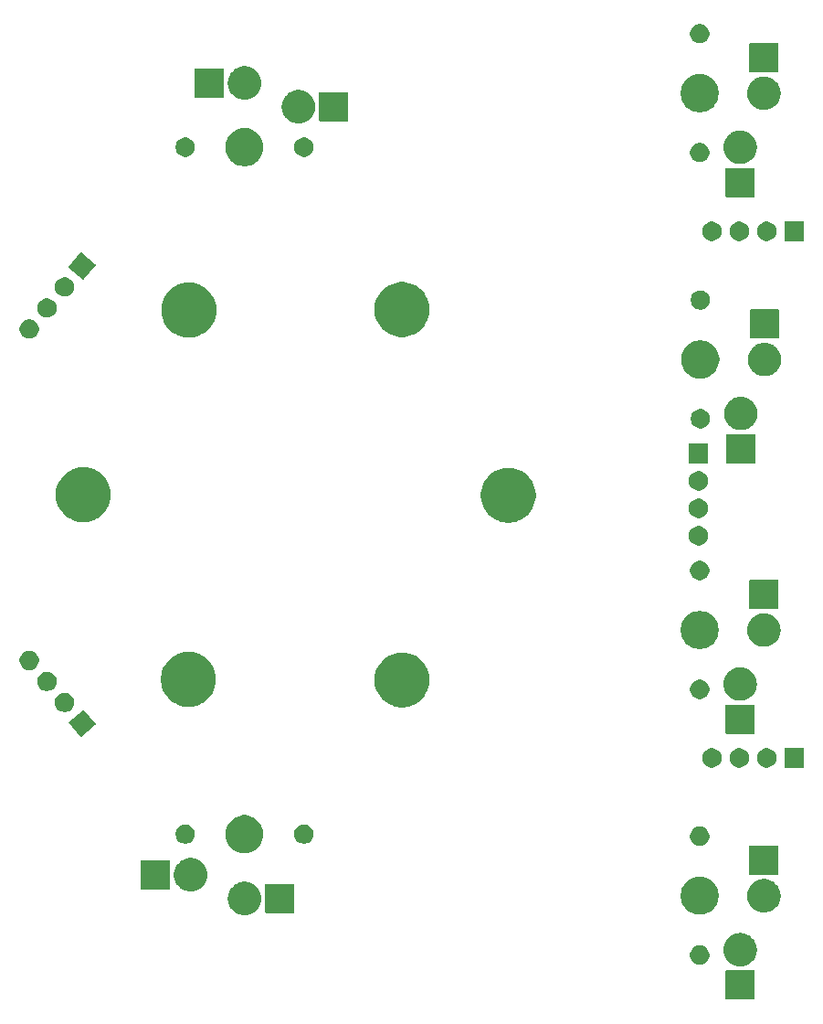
<source format=gbr>
G04 #@! TF.GenerationSoftware,KiCad,Pcbnew,9.0.2*
G04 #@! TF.CreationDate,2025-10-02T21:33:58-04:00*
G04 #@! TF.ProjectId,Trackball,54726163-6b62-4616-9c6c-2e6b69636164,rev?*
G04 #@! TF.SameCoordinates,Original*
G04 #@! TF.FileFunction,Soldermask,Bot*
G04 #@! TF.FilePolarity,Negative*
%FSLAX46Y46*%
G04 Gerber Fmt 4.6, Leading zero omitted, Abs format (unit mm)*
G04 Created by KiCad (PCBNEW 9.0.2) date 2025-10-02 21:33:58*
%MOMM*%
%LPD*%
G01*
G04 APERTURE LIST*
G04 APERTURE END LIST*
G36*
X354887517Y-145661882D02*
G01*
X354904062Y-145672938D01*
X354915118Y-145689483D01*
X354919000Y-145709000D01*
X354919000Y-148309000D01*
X354915118Y-148328517D01*
X354904062Y-148345062D01*
X354887517Y-148356118D01*
X354868000Y-148360000D01*
X352268000Y-148360000D01*
X352248483Y-148356118D01*
X352231938Y-148345062D01*
X352220882Y-148328517D01*
X352217000Y-148309000D01*
X352217000Y-145709000D01*
X352220882Y-145689483D01*
X352231938Y-145672938D01*
X352248483Y-145661882D01*
X352268000Y-145658000D01*
X354868000Y-145658000D01*
X354887517Y-145661882D01*
G37*
G36*
X353678482Y-142187781D02*
G01*
X353689690Y-142187781D01*
X353744888Y-142196523D01*
X353870534Y-142213065D01*
X353901189Y-142221279D01*
X353930074Y-142225854D01*
X353985620Y-142243902D01*
X354066467Y-142265565D01*
X354118050Y-142286931D01*
X354161542Y-142301063D01*
X354202286Y-142321823D01*
X354253870Y-142343190D01*
X354326353Y-142385038D01*
X354378395Y-142411555D01*
X354402055Y-142428745D01*
X354429539Y-142444613D01*
X354530074Y-142521756D01*
X354575294Y-142554610D01*
X354583219Y-142562535D01*
X354590466Y-142568096D01*
X354733903Y-142711533D01*
X354739463Y-142718779D01*
X354747390Y-142726706D01*
X354780247Y-142771930D01*
X354857386Y-142872460D01*
X354873252Y-142899941D01*
X354890445Y-142923605D01*
X354916964Y-142975652D01*
X354958809Y-143048129D01*
X354980173Y-143099706D01*
X355000937Y-143140458D01*
X355015070Y-143183955D01*
X355036434Y-143235532D01*
X355058093Y-143316366D01*
X355076146Y-143371926D01*
X355080721Y-143400816D01*
X355088934Y-143431465D01*
X355105474Y-143557099D01*
X355114219Y-143612310D01*
X355114219Y-143623518D01*
X355115412Y-143632580D01*
X355115412Y-143835419D01*
X355114219Y-143844480D01*
X355114219Y-143855690D01*
X355105473Y-143910905D01*
X355088934Y-144036534D01*
X355080722Y-144067180D01*
X355076146Y-144096074D01*
X355058091Y-144151638D01*
X355036434Y-144232467D01*
X355015071Y-144284039D01*
X355000937Y-144327542D01*
X354980171Y-144368297D01*
X354958809Y-144419870D01*
X354916968Y-144492338D01*
X354890445Y-144544395D01*
X354873249Y-144568062D01*
X354857386Y-144595539D01*
X354780261Y-144696050D01*
X354747390Y-144741294D01*
X354739459Y-144749224D01*
X354733903Y-144756466D01*
X354590466Y-144899903D01*
X354583224Y-144905459D01*
X354575294Y-144913390D01*
X354530050Y-144946261D01*
X354429539Y-145023386D01*
X354402062Y-145039249D01*
X354378395Y-145056445D01*
X354326338Y-145082968D01*
X354253870Y-145124809D01*
X354202297Y-145146171D01*
X354161542Y-145166937D01*
X354118039Y-145181071D01*
X354066467Y-145202434D01*
X353985638Y-145224091D01*
X353930074Y-145242146D01*
X353901180Y-145246722D01*
X353870534Y-145254934D01*
X353744902Y-145271474D01*
X353689690Y-145280219D01*
X353678481Y-145280219D01*
X353669420Y-145281412D01*
X353466580Y-145281412D01*
X353457519Y-145280219D01*
X353446310Y-145280219D01*
X353391099Y-145271474D01*
X353265465Y-145254934D01*
X353234816Y-145246721D01*
X353205926Y-145242146D01*
X353150366Y-145224093D01*
X353069532Y-145202434D01*
X353017955Y-145181070D01*
X352974458Y-145166937D01*
X352933706Y-145146173D01*
X352882129Y-145124809D01*
X352809652Y-145082964D01*
X352757605Y-145056445D01*
X352733941Y-145039252D01*
X352706460Y-145023386D01*
X352605930Y-144946247D01*
X352560706Y-144913390D01*
X352552779Y-144905463D01*
X352545533Y-144899903D01*
X352402096Y-144756466D01*
X352396535Y-144749219D01*
X352388610Y-144741294D01*
X352355756Y-144696074D01*
X352278613Y-144595539D01*
X352262745Y-144568055D01*
X352245555Y-144544395D01*
X352219038Y-144492353D01*
X352177190Y-144419870D01*
X352155823Y-144368286D01*
X352135063Y-144327542D01*
X352120931Y-144284050D01*
X352099565Y-144232467D01*
X352077902Y-144151620D01*
X352059854Y-144096074D01*
X352055279Y-144067189D01*
X352047065Y-144036534D01*
X352030524Y-143910891D01*
X352021781Y-143855690D01*
X352021781Y-143844480D01*
X352020588Y-143835419D01*
X352020588Y-143632580D01*
X352021781Y-143623518D01*
X352021781Y-143612310D01*
X352030523Y-143557113D01*
X352047065Y-143431465D01*
X352055279Y-143400807D01*
X352059854Y-143371926D01*
X352077900Y-143316383D01*
X352099565Y-143235532D01*
X352120933Y-143183944D01*
X352135063Y-143140458D01*
X352155821Y-143099717D01*
X352177190Y-143048129D01*
X352219042Y-142975637D01*
X352245555Y-142923605D01*
X352262742Y-142899948D01*
X352278613Y-142872460D01*
X352355770Y-142771906D01*
X352388610Y-142726706D01*
X352396532Y-142718783D01*
X352402096Y-142711533D01*
X352545533Y-142568096D01*
X352552783Y-142562532D01*
X352560706Y-142554610D01*
X352605906Y-142521770D01*
X352706460Y-142444613D01*
X352733948Y-142428742D01*
X352757605Y-142411555D01*
X352809637Y-142385042D01*
X352882129Y-142343190D01*
X352933717Y-142321821D01*
X352974458Y-142301063D01*
X353017944Y-142286933D01*
X353069532Y-142265565D01*
X353150383Y-142243900D01*
X353205926Y-142225854D01*
X353234807Y-142221279D01*
X353265465Y-142213065D01*
X353391113Y-142196523D01*
X353446310Y-142187781D01*
X353457518Y-142187781D01*
X353466580Y-142186588D01*
X353669420Y-142186588D01*
X353678482Y-142187781D01*
G37*
G36*
X350079808Y-143370936D02*
G01*
X350243153Y-143438595D01*
X350390159Y-143536822D01*
X350515178Y-143661841D01*
X350613405Y-143808847D01*
X350681064Y-143972192D01*
X350715557Y-144145598D01*
X350715557Y-144322402D01*
X350681064Y-144495808D01*
X350613405Y-144659153D01*
X350515178Y-144806159D01*
X350390159Y-144931178D01*
X350243153Y-145029405D01*
X350079808Y-145097064D01*
X349906402Y-145131557D01*
X349729598Y-145131557D01*
X349556192Y-145097064D01*
X349392847Y-145029405D01*
X349245841Y-144931178D01*
X349120822Y-144806159D01*
X349022595Y-144659153D01*
X348954936Y-144495808D01*
X348920443Y-144322402D01*
X348920443Y-144145598D01*
X348954936Y-143972192D01*
X349022595Y-143808847D01*
X349120822Y-143661841D01*
X349245841Y-143536822D01*
X349392847Y-143438595D01*
X349556192Y-143370936D01*
X349729598Y-143336443D01*
X349906402Y-143336443D01*
X350079808Y-143370936D01*
G37*
G36*
X307735482Y-137437781D02*
G01*
X307746690Y-137437781D01*
X307801888Y-137446523D01*
X307927534Y-137463065D01*
X307958189Y-137471279D01*
X307987074Y-137475854D01*
X308042620Y-137493902D01*
X308123467Y-137515565D01*
X308175050Y-137536931D01*
X308218542Y-137551063D01*
X308259286Y-137571823D01*
X308310870Y-137593190D01*
X308383353Y-137635038D01*
X308435395Y-137661555D01*
X308459055Y-137678745D01*
X308486539Y-137694613D01*
X308587074Y-137771756D01*
X308632294Y-137804610D01*
X308640219Y-137812535D01*
X308647466Y-137818096D01*
X308790903Y-137961533D01*
X308796463Y-137968779D01*
X308804390Y-137976706D01*
X308837247Y-138021930D01*
X308914386Y-138122460D01*
X308930252Y-138149941D01*
X308947445Y-138173605D01*
X308973964Y-138225652D01*
X309015809Y-138298129D01*
X309037173Y-138349706D01*
X309057937Y-138390458D01*
X309072070Y-138433955D01*
X309093434Y-138485532D01*
X309115093Y-138566366D01*
X309133146Y-138621926D01*
X309137721Y-138650816D01*
X309145934Y-138681465D01*
X309162474Y-138807099D01*
X309171219Y-138862310D01*
X309171219Y-138873518D01*
X309172412Y-138882580D01*
X309172412Y-139085419D01*
X309171219Y-139094480D01*
X309171219Y-139105690D01*
X309162473Y-139160905D01*
X309145934Y-139286534D01*
X309137722Y-139317180D01*
X309133146Y-139346074D01*
X309115091Y-139401638D01*
X309093434Y-139482467D01*
X309072071Y-139534039D01*
X309057937Y-139577542D01*
X309037171Y-139618297D01*
X309015809Y-139669870D01*
X308973968Y-139742338D01*
X308947445Y-139794395D01*
X308930249Y-139818062D01*
X308914386Y-139845539D01*
X308837261Y-139946050D01*
X308804390Y-139991294D01*
X308796459Y-139999224D01*
X308790903Y-140006466D01*
X308647466Y-140149903D01*
X308640224Y-140155459D01*
X308632294Y-140163390D01*
X308587050Y-140196261D01*
X308486539Y-140273386D01*
X308459062Y-140289249D01*
X308435395Y-140306445D01*
X308383338Y-140332968D01*
X308310870Y-140374809D01*
X308259297Y-140396171D01*
X308218542Y-140416937D01*
X308175039Y-140431071D01*
X308123467Y-140452434D01*
X308042638Y-140474091D01*
X307987074Y-140492146D01*
X307958180Y-140496722D01*
X307927534Y-140504934D01*
X307801902Y-140521474D01*
X307746690Y-140530219D01*
X307735481Y-140530219D01*
X307726420Y-140531412D01*
X307523580Y-140531412D01*
X307514519Y-140530219D01*
X307503310Y-140530219D01*
X307448099Y-140521474D01*
X307322465Y-140504934D01*
X307291816Y-140496721D01*
X307262926Y-140492146D01*
X307207366Y-140474093D01*
X307126532Y-140452434D01*
X307074955Y-140431070D01*
X307031458Y-140416937D01*
X306990706Y-140396173D01*
X306939129Y-140374809D01*
X306866652Y-140332964D01*
X306814605Y-140306445D01*
X306790941Y-140289252D01*
X306763460Y-140273386D01*
X306662930Y-140196247D01*
X306617706Y-140163390D01*
X306609779Y-140155463D01*
X306602533Y-140149903D01*
X306459096Y-140006466D01*
X306453535Y-139999219D01*
X306445610Y-139991294D01*
X306412756Y-139946074D01*
X306335613Y-139845539D01*
X306319745Y-139818055D01*
X306302555Y-139794395D01*
X306276038Y-139742353D01*
X306234190Y-139669870D01*
X306212823Y-139618286D01*
X306192063Y-139577542D01*
X306177931Y-139534050D01*
X306156565Y-139482467D01*
X306134902Y-139401620D01*
X306116854Y-139346074D01*
X306112279Y-139317189D01*
X306104065Y-139286534D01*
X306087524Y-139160891D01*
X306078781Y-139105690D01*
X306078781Y-139094480D01*
X306077588Y-139085419D01*
X306077588Y-138882580D01*
X306078781Y-138873518D01*
X306078781Y-138862310D01*
X306087523Y-138807113D01*
X306104065Y-138681465D01*
X306112279Y-138650807D01*
X306116854Y-138621926D01*
X306134900Y-138566383D01*
X306156565Y-138485532D01*
X306177933Y-138433944D01*
X306192063Y-138390458D01*
X306212821Y-138349717D01*
X306234190Y-138298129D01*
X306276042Y-138225637D01*
X306302555Y-138173605D01*
X306319742Y-138149948D01*
X306335613Y-138122460D01*
X306412770Y-138021906D01*
X306445610Y-137976706D01*
X306453532Y-137968783D01*
X306459096Y-137961533D01*
X306602533Y-137818096D01*
X306609783Y-137812532D01*
X306617706Y-137804610D01*
X306662906Y-137771770D01*
X306763460Y-137694613D01*
X306790948Y-137678742D01*
X306814605Y-137661555D01*
X306866637Y-137635042D01*
X306939129Y-137593190D01*
X306990717Y-137571821D01*
X307031458Y-137551063D01*
X307074944Y-137536933D01*
X307126532Y-137515565D01*
X307207383Y-137493900D01*
X307262926Y-137475854D01*
X307291807Y-137471279D01*
X307322465Y-137463065D01*
X307448113Y-137446523D01*
X307503310Y-137437781D01*
X307514518Y-137437781D01*
X307523580Y-137436588D01*
X307726420Y-137436588D01*
X307735482Y-137437781D01*
G37*
G36*
X350162432Y-137002424D02*
G01*
X350385501Y-137062195D01*
X350598861Y-137150571D01*
X350798859Y-137266040D01*
X350982075Y-137406627D01*
X351145373Y-137569925D01*
X351285960Y-137753141D01*
X351401429Y-137953139D01*
X351489805Y-138166499D01*
X351549576Y-138389568D01*
X351579720Y-138618531D01*
X351579720Y-138849469D01*
X351549576Y-139078432D01*
X351489805Y-139301501D01*
X351401429Y-139514861D01*
X351285960Y-139714859D01*
X351145373Y-139898075D01*
X350982075Y-140061373D01*
X350798859Y-140201960D01*
X350598861Y-140317429D01*
X350385501Y-140405805D01*
X350162432Y-140465576D01*
X349933469Y-140495720D01*
X349702531Y-140495720D01*
X349473568Y-140465576D01*
X349250499Y-140405805D01*
X349037139Y-140317429D01*
X348837141Y-140201960D01*
X348653925Y-140061373D01*
X348490627Y-139898075D01*
X348350040Y-139714859D01*
X348234571Y-139514861D01*
X348146195Y-139301501D01*
X348086424Y-139078432D01*
X348056280Y-138849469D01*
X348056280Y-138618531D01*
X348086424Y-138389568D01*
X348146195Y-138166499D01*
X348234571Y-137953139D01*
X348350040Y-137753141D01*
X348490627Y-137569925D01*
X348653925Y-137406627D01*
X348837141Y-137266040D01*
X349037139Y-137150571D01*
X349250499Y-137062195D01*
X349473568Y-137002424D01*
X349702531Y-136972280D01*
X349933469Y-136972280D01*
X350162432Y-137002424D01*
G37*
G36*
X312219517Y-137636882D02*
G01*
X312236062Y-137647938D01*
X312247118Y-137664483D01*
X312251000Y-137684000D01*
X312251000Y-140284000D01*
X312247118Y-140303517D01*
X312236062Y-140320062D01*
X312219517Y-140331118D01*
X312200000Y-140335000D01*
X309600000Y-140335000D01*
X309580483Y-140331118D01*
X309563938Y-140320062D01*
X309552882Y-140303517D01*
X309549000Y-140284000D01*
X309549000Y-137684000D01*
X309552882Y-137664483D01*
X309563938Y-137647938D01*
X309580483Y-137636882D01*
X309600000Y-137633000D01*
X312200000Y-137633000D01*
X312219517Y-137636882D01*
G37*
G36*
X355878482Y-137187781D02*
G01*
X355889690Y-137187781D01*
X355944888Y-137196523D01*
X356070534Y-137213065D01*
X356101189Y-137221279D01*
X356130074Y-137225854D01*
X356185620Y-137243902D01*
X356266467Y-137265565D01*
X356318050Y-137286931D01*
X356361542Y-137301063D01*
X356402286Y-137321823D01*
X356453870Y-137343190D01*
X356526353Y-137385038D01*
X356578395Y-137411555D01*
X356602055Y-137428745D01*
X356629539Y-137444613D01*
X356730074Y-137521756D01*
X356775294Y-137554610D01*
X356783219Y-137562535D01*
X356790466Y-137568096D01*
X356933903Y-137711533D01*
X356939463Y-137718779D01*
X356947390Y-137726706D01*
X356980247Y-137771930D01*
X357057386Y-137872460D01*
X357073252Y-137899941D01*
X357090445Y-137923605D01*
X357116964Y-137975652D01*
X357158809Y-138048129D01*
X357180173Y-138099706D01*
X357200937Y-138140458D01*
X357215070Y-138183955D01*
X357236434Y-138235532D01*
X357258093Y-138316366D01*
X357276146Y-138371926D01*
X357280721Y-138400816D01*
X357288934Y-138431465D01*
X357305474Y-138557099D01*
X357314219Y-138612310D01*
X357314219Y-138623518D01*
X357315412Y-138632580D01*
X357315412Y-138835419D01*
X357314219Y-138844480D01*
X357314219Y-138855690D01*
X357305473Y-138910905D01*
X357288934Y-139036534D01*
X357280722Y-139067180D01*
X357276146Y-139096074D01*
X357258091Y-139151638D01*
X357236434Y-139232467D01*
X357215071Y-139284039D01*
X357200937Y-139327542D01*
X357180171Y-139368297D01*
X357158809Y-139419870D01*
X357116968Y-139492338D01*
X357090445Y-139544395D01*
X357073249Y-139568062D01*
X357057386Y-139595539D01*
X356980261Y-139696050D01*
X356947390Y-139741294D01*
X356939459Y-139749224D01*
X356933903Y-139756466D01*
X356790466Y-139899903D01*
X356783224Y-139905459D01*
X356775294Y-139913390D01*
X356730050Y-139946261D01*
X356629539Y-140023386D01*
X356602062Y-140039249D01*
X356578395Y-140056445D01*
X356526338Y-140082968D01*
X356453870Y-140124809D01*
X356402297Y-140146171D01*
X356361542Y-140166937D01*
X356318039Y-140181071D01*
X356266467Y-140202434D01*
X356185638Y-140224091D01*
X356130074Y-140242146D01*
X356101180Y-140246722D01*
X356070534Y-140254934D01*
X355944902Y-140271474D01*
X355889690Y-140280219D01*
X355878481Y-140280219D01*
X355869420Y-140281412D01*
X355666580Y-140281412D01*
X355657519Y-140280219D01*
X355646310Y-140280219D01*
X355591099Y-140271474D01*
X355465465Y-140254934D01*
X355434816Y-140246721D01*
X355405926Y-140242146D01*
X355350366Y-140224093D01*
X355269532Y-140202434D01*
X355217955Y-140181070D01*
X355174458Y-140166937D01*
X355133706Y-140146173D01*
X355082129Y-140124809D01*
X355009652Y-140082964D01*
X354957605Y-140056445D01*
X354933941Y-140039252D01*
X354906460Y-140023386D01*
X354805930Y-139946247D01*
X354760706Y-139913390D01*
X354752779Y-139905463D01*
X354745533Y-139899903D01*
X354602096Y-139756466D01*
X354596535Y-139749219D01*
X354588610Y-139741294D01*
X354555756Y-139696074D01*
X354478613Y-139595539D01*
X354462745Y-139568055D01*
X354445555Y-139544395D01*
X354419038Y-139492353D01*
X354377190Y-139419870D01*
X354355823Y-139368286D01*
X354335063Y-139327542D01*
X354320931Y-139284050D01*
X354299565Y-139232467D01*
X354277902Y-139151620D01*
X354259854Y-139096074D01*
X354255279Y-139067189D01*
X354247065Y-139036534D01*
X354230524Y-138910891D01*
X354221781Y-138855690D01*
X354221781Y-138844480D01*
X354220588Y-138835419D01*
X354220588Y-138632580D01*
X354221781Y-138623518D01*
X354221781Y-138612310D01*
X354230523Y-138557113D01*
X354247065Y-138431465D01*
X354255279Y-138400807D01*
X354259854Y-138371926D01*
X354277900Y-138316383D01*
X354299565Y-138235532D01*
X354320933Y-138183944D01*
X354335063Y-138140458D01*
X354355821Y-138099717D01*
X354377190Y-138048129D01*
X354419042Y-137975637D01*
X354445555Y-137923605D01*
X354462742Y-137899948D01*
X354478613Y-137872460D01*
X354555770Y-137771906D01*
X354588610Y-137726706D01*
X354596532Y-137718783D01*
X354602096Y-137711533D01*
X354745533Y-137568096D01*
X354752783Y-137562532D01*
X354760706Y-137554610D01*
X354805906Y-137521770D01*
X354906460Y-137444613D01*
X354933948Y-137428742D01*
X354957605Y-137411555D01*
X355009637Y-137385042D01*
X355082129Y-137343190D01*
X355133717Y-137321821D01*
X355174458Y-137301063D01*
X355217944Y-137286933D01*
X355269532Y-137265565D01*
X355350383Y-137243900D01*
X355405926Y-137225854D01*
X355434807Y-137221279D01*
X355465465Y-137213065D01*
X355591113Y-137196523D01*
X355646310Y-137187781D01*
X355657518Y-137187781D01*
X355666580Y-137186588D01*
X355869420Y-137186588D01*
X355878482Y-137187781D01*
G37*
G36*
X302735482Y-135237781D02*
G01*
X302746690Y-135237781D01*
X302801888Y-135246523D01*
X302927534Y-135263065D01*
X302958189Y-135271279D01*
X302987074Y-135275854D01*
X303042620Y-135293902D01*
X303123467Y-135315565D01*
X303175050Y-135336931D01*
X303218542Y-135351063D01*
X303259286Y-135371823D01*
X303310870Y-135393190D01*
X303383353Y-135435038D01*
X303435395Y-135461555D01*
X303459055Y-135478745D01*
X303486539Y-135494613D01*
X303587074Y-135571756D01*
X303632294Y-135604610D01*
X303640219Y-135612535D01*
X303647466Y-135618096D01*
X303790903Y-135761533D01*
X303796463Y-135768779D01*
X303804390Y-135776706D01*
X303837247Y-135821930D01*
X303914386Y-135922460D01*
X303930252Y-135949941D01*
X303947445Y-135973605D01*
X303973964Y-136025652D01*
X304015809Y-136098129D01*
X304037173Y-136149706D01*
X304057937Y-136190458D01*
X304072070Y-136233955D01*
X304093434Y-136285532D01*
X304115093Y-136366366D01*
X304133146Y-136421926D01*
X304137721Y-136450816D01*
X304145934Y-136481465D01*
X304162474Y-136607099D01*
X304171219Y-136662310D01*
X304171219Y-136673518D01*
X304172412Y-136682580D01*
X304172412Y-136885419D01*
X304171219Y-136894480D01*
X304171219Y-136905690D01*
X304162473Y-136960905D01*
X304145934Y-137086534D01*
X304137722Y-137117180D01*
X304133146Y-137146074D01*
X304115091Y-137201638D01*
X304093434Y-137282467D01*
X304072071Y-137334039D01*
X304057937Y-137377542D01*
X304037171Y-137418297D01*
X304015809Y-137469870D01*
X303973968Y-137542338D01*
X303947445Y-137594395D01*
X303930249Y-137618062D01*
X303914386Y-137645539D01*
X303837261Y-137746050D01*
X303804390Y-137791294D01*
X303796459Y-137799224D01*
X303790903Y-137806466D01*
X303647466Y-137949903D01*
X303640224Y-137955459D01*
X303632294Y-137963390D01*
X303587050Y-137996261D01*
X303486539Y-138073386D01*
X303459062Y-138089249D01*
X303435395Y-138106445D01*
X303383338Y-138132968D01*
X303310870Y-138174809D01*
X303259297Y-138196171D01*
X303218542Y-138216937D01*
X303175039Y-138231071D01*
X303123467Y-138252434D01*
X303042638Y-138274091D01*
X302987074Y-138292146D01*
X302958180Y-138296722D01*
X302927534Y-138304934D01*
X302801902Y-138321474D01*
X302746690Y-138330219D01*
X302735481Y-138330219D01*
X302726420Y-138331412D01*
X302523580Y-138331412D01*
X302514519Y-138330219D01*
X302503310Y-138330219D01*
X302448099Y-138321474D01*
X302322465Y-138304934D01*
X302291816Y-138296721D01*
X302262926Y-138292146D01*
X302207366Y-138274093D01*
X302126532Y-138252434D01*
X302074955Y-138231070D01*
X302031458Y-138216937D01*
X301990706Y-138196173D01*
X301939129Y-138174809D01*
X301866652Y-138132964D01*
X301814605Y-138106445D01*
X301790941Y-138089252D01*
X301763460Y-138073386D01*
X301662930Y-137996247D01*
X301617706Y-137963390D01*
X301609779Y-137955463D01*
X301602533Y-137949903D01*
X301459096Y-137806466D01*
X301453535Y-137799219D01*
X301445610Y-137791294D01*
X301412756Y-137746074D01*
X301335613Y-137645539D01*
X301319745Y-137618055D01*
X301302555Y-137594395D01*
X301276038Y-137542353D01*
X301234190Y-137469870D01*
X301212823Y-137418286D01*
X301192063Y-137377542D01*
X301177931Y-137334050D01*
X301156565Y-137282467D01*
X301134902Y-137201620D01*
X301116854Y-137146074D01*
X301112279Y-137117189D01*
X301104065Y-137086534D01*
X301087524Y-136960891D01*
X301078781Y-136905690D01*
X301078781Y-136894480D01*
X301077588Y-136885419D01*
X301077588Y-136682580D01*
X301078781Y-136673518D01*
X301078781Y-136662310D01*
X301087523Y-136607113D01*
X301104065Y-136481465D01*
X301112279Y-136450807D01*
X301116854Y-136421926D01*
X301134900Y-136366383D01*
X301156565Y-136285532D01*
X301177933Y-136233944D01*
X301192063Y-136190458D01*
X301212821Y-136149717D01*
X301234190Y-136098129D01*
X301276042Y-136025637D01*
X301302555Y-135973605D01*
X301319742Y-135949948D01*
X301335613Y-135922460D01*
X301412770Y-135821906D01*
X301445610Y-135776706D01*
X301453532Y-135768783D01*
X301459096Y-135761533D01*
X301602533Y-135618096D01*
X301609783Y-135612532D01*
X301617706Y-135604610D01*
X301662906Y-135571770D01*
X301763460Y-135494613D01*
X301790948Y-135478742D01*
X301814605Y-135461555D01*
X301866637Y-135435042D01*
X301939129Y-135393190D01*
X301990717Y-135371821D01*
X302031458Y-135351063D01*
X302074944Y-135336933D01*
X302126532Y-135315565D01*
X302207383Y-135293900D01*
X302262926Y-135275854D01*
X302291807Y-135271279D01*
X302322465Y-135263065D01*
X302448113Y-135246523D01*
X302503310Y-135237781D01*
X302514518Y-135237781D01*
X302523580Y-135236588D01*
X302726420Y-135236588D01*
X302735482Y-135237781D01*
G37*
G36*
X300669517Y-135436882D02*
G01*
X300686062Y-135447938D01*
X300697118Y-135464483D01*
X300701000Y-135484000D01*
X300701000Y-138084000D01*
X300697118Y-138103517D01*
X300686062Y-138120062D01*
X300669517Y-138131118D01*
X300650000Y-138135000D01*
X298050000Y-138135000D01*
X298030483Y-138131118D01*
X298013938Y-138120062D01*
X298002882Y-138103517D01*
X297999000Y-138084000D01*
X297999000Y-135484000D01*
X298002882Y-135464483D01*
X298013938Y-135447938D01*
X298030483Y-135436882D01*
X298050000Y-135433000D01*
X300650000Y-135433000D01*
X300669517Y-135436882D01*
G37*
G36*
X357087517Y-134111882D02*
G01*
X357104062Y-134122938D01*
X357115118Y-134139483D01*
X357119000Y-134159000D01*
X357119000Y-136759000D01*
X357115118Y-136778517D01*
X357104062Y-136795062D01*
X357087517Y-136806118D01*
X357068000Y-136810000D01*
X354468000Y-136810000D01*
X354448483Y-136806118D01*
X354431938Y-136795062D01*
X354420882Y-136778517D01*
X354417000Y-136759000D01*
X354417000Y-134159000D01*
X354420882Y-134139483D01*
X354431938Y-134122938D01*
X354448483Y-134111882D01*
X354468000Y-134108000D01*
X357068000Y-134108000D01*
X357087517Y-134111882D01*
G37*
G36*
X307969432Y-131302424D02*
G01*
X308192501Y-131362195D01*
X308405861Y-131450571D01*
X308605859Y-131566040D01*
X308789075Y-131706627D01*
X308952373Y-131869925D01*
X309092960Y-132053141D01*
X309208429Y-132253139D01*
X309296805Y-132466499D01*
X309356576Y-132689568D01*
X309386720Y-132918531D01*
X309386720Y-133149469D01*
X309356576Y-133378432D01*
X309296805Y-133601501D01*
X309208429Y-133814861D01*
X309092960Y-134014859D01*
X308952373Y-134198075D01*
X308789075Y-134361373D01*
X308605859Y-134501960D01*
X308405861Y-134617429D01*
X308192501Y-134705805D01*
X307969432Y-134765576D01*
X307740469Y-134795720D01*
X307509531Y-134795720D01*
X307280568Y-134765576D01*
X307057499Y-134705805D01*
X306844139Y-134617429D01*
X306644141Y-134501960D01*
X306460925Y-134361373D01*
X306297627Y-134198075D01*
X306157040Y-134014859D01*
X306041571Y-133814861D01*
X305953195Y-133601501D01*
X305893424Y-133378432D01*
X305863280Y-133149469D01*
X305863280Y-132918531D01*
X305893424Y-132689568D01*
X305953195Y-132466499D01*
X306041571Y-132253139D01*
X306157040Y-132053141D01*
X306297627Y-131869925D01*
X306460925Y-131706627D01*
X306644141Y-131566040D01*
X306844139Y-131450571D01*
X307057499Y-131362195D01*
X307280568Y-131302424D01*
X307509531Y-131272280D01*
X307740469Y-131272280D01*
X307969432Y-131302424D01*
G37*
G36*
X350079808Y-132370936D02*
G01*
X350243153Y-132438595D01*
X350390159Y-132536822D01*
X350515178Y-132661841D01*
X350613405Y-132808847D01*
X350681064Y-132972192D01*
X350715557Y-133145598D01*
X350715557Y-133322402D01*
X350681064Y-133495808D01*
X350613405Y-133659153D01*
X350515178Y-133806159D01*
X350390159Y-133931178D01*
X350243153Y-134029405D01*
X350079808Y-134097064D01*
X349906402Y-134131557D01*
X349729598Y-134131557D01*
X349556192Y-134097064D01*
X349392847Y-134029405D01*
X349245841Y-133931178D01*
X349120822Y-133806159D01*
X349022595Y-133659153D01*
X348954936Y-133495808D01*
X348920443Y-133322402D01*
X348920443Y-133145598D01*
X348954936Y-132972192D01*
X349022595Y-132808847D01*
X349120822Y-132661841D01*
X349245841Y-132536822D01*
X349392847Y-132438595D01*
X349556192Y-132370936D01*
X349729598Y-132336443D01*
X349906402Y-132336443D01*
X350079808Y-132370936D01*
G37*
G36*
X302386808Y-132170936D02*
G01*
X302550153Y-132238595D01*
X302697159Y-132336822D01*
X302822178Y-132461841D01*
X302920405Y-132608847D01*
X302988064Y-132772192D01*
X303022557Y-132945598D01*
X303022557Y-133122402D01*
X302988064Y-133295808D01*
X302920405Y-133459153D01*
X302822178Y-133606159D01*
X302697159Y-133731178D01*
X302550153Y-133829405D01*
X302386808Y-133897064D01*
X302213402Y-133931557D01*
X302036598Y-133931557D01*
X301863192Y-133897064D01*
X301699847Y-133829405D01*
X301552841Y-133731178D01*
X301427822Y-133606159D01*
X301329595Y-133459153D01*
X301261936Y-133295808D01*
X301227443Y-133122402D01*
X301227443Y-132945598D01*
X301261936Y-132772192D01*
X301329595Y-132608847D01*
X301427822Y-132461841D01*
X301552841Y-132336822D01*
X301699847Y-132238595D01*
X301863192Y-132170936D01*
X302036598Y-132136443D01*
X302213402Y-132136443D01*
X302386808Y-132170936D01*
G37*
G36*
X313386808Y-132170936D02*
G01*
X313550153Y-132238595D01*
X313697159Y-132336822D01*
X313822178Y-132461841D01*
X313920405Y-132608847D01*
X313988064Y-132772192D01*
X314022557Y-132945598D01*
X314022557Y-133122402D01*
X313988064Y-133295808D01*
X313920405Y-133459153D01*
X313822178Y-133606159D01*
X313697159Y-133731178D01*
X313550153Y-133829405D01*
X313386808Y-133897064D01*
X313213402Y-133931557D01*
X313036598Y-133931557D01*
X312863192Y-133897064D01*
X312699847Y-133829405D01*
X312552841Y-133731178D01*
X312427822Y-133606159D01*
X312329595Y-133459153D01*
X312261936Y-133295808D01*
X312227443Y-133122402D01*
X312227443Y-132945598D01*
X312261936Y-132772192D01*
X312329595Y-132608847D01*
X312427822Y-132461841D01*
X312552841Y-132336822D01*
X312699847Y-132238595D01*
X312863192Y-132170936D01*
X313036598Y-132136443D01*
X313213402Y-132136443D01*
X313386808Y-132170936D01*
G37*
G36*
X359437517Y-125086882D02*
G01*
X359454062Y-125097938D01*
X359465118Y-125114483D01*
X359469000Y-125134000D01*
X359469000Y-126834000D01*
X359465118Y-126853517D01*
X359454062Y-126870062D01*
X359437517Y-126881118D01*
X359418000Y-126885000D01*
X357718000Y-126885000D01*
X357698483Y-126881118D01*
X357681938Y-126870062D01*
X357670882Y-126853517D01*
X357667000Y-126834000D01*
X357667000Y-125134000D01*
X357670882Y-125114483D01*
X357681938Y-125097938D01*
X357698483Y-125086882D01*
X357718000Y-125083000D01*
X359418000Y-125083000D01*
X359437517Y-125086882D01*
G37*
G36*
X351209546Y-125121797D02*
G01*
X351372728Y-125189389D01*
X351519588Y-125287518D01*
X351644482Y-125412412D01*
X351742611Y-125559272D01*
X351810203Y-125722454D01*
X351844661Y-125895687D01*
X351844661Y-126072313D01*
X351810203Y-126245546D01*
X351742611Y-126408728D01*
X351644482Y-126555588D01*
X351519588Y-126680482D01*
X351372728Y-126778611D01*
X351209546Y-126846203D01*
X351036313Y-126880661D01*
X350859687Y-126880661D01*
X350686454Y-126846203D01*
X350523272Y-126778611D01*
X350376412Y-126680482D01*
X350251518Y-126555588D01*
X350153389Y-126408728D01*
X350085797Y-126245546D01*
X350051339Y-126072313D01*
X350051339Y-125895687D01*
X350085797Y-125722454D01*
X350153389Y-125559272D01*
X350251518Y-125412412D01*
X350376412Y-125287518D01*
X350523272Y-125189389D01*
X350686454Y-125121797D01*
X350859687Y-125087339D01*
X351036313Y-125087339D01*
X351209546Y-125121797D01*
G37*
G36*
X353749546Y-125121797D02*
G01*
X353912728Y-125189389D01*
X354059588Y-125287518D01*
X354184482Y-125412412D01*
X354282611Y-125559272D01*
X354350203Y-125722454D01*
X354384661Y-125895687D01*
X354384661Y-126072313D01*
X354350203Y-126245546D01*
X354282611Y-126408728D01*
X354184482Y-126555588D01*
X354059588Y-126680482D01*
X353912728Y-126778611D01*
X353749546Y-126846203D01*
X353576313Y-126880661D01*
X353399687Y-126880661D01*
X353226454Y-126846203D01*
X353063272Y-126778611D01*
X352916412Y-126680482D01*
X352791518Y-126555588D01*
X352693389Y-126408728D01*
X352625797Y-126245546D01*
X352591339Y-126072313D01*
X352591339Y-125895687D01*
X352625797Y-125722454D01*
X352693389Y-125559272D01*
X352791518Y-125412412D01*
X352916412Y-125287518D01*
X353063272Y-125189389D01*
X353226454Y-125121797D01*
X353399687Y-125087339D01*
X353576313Y-125087339D01*
X353749546Y-125121797D01*
G37*
G36*
X356289546Y-125121797D02*
G01*
X356452728Y-125189389D01*
X356599588Y-125287518D01*
X356724482Y-125412412D01*
X356822611Y-125559272D01*
X356890203Y-125722454D01*
X356924661Y-125895687D01*
X356924661Y-126072313D01*
X356890203Y-126245546D01*
X356822611Y-126408728D01*
X356724482Y-126555588D01*
X356599588Y-126680482D01*
X356452728Y-126778611D01*
X356289546Y-126846203D01*
X356116313Y-126880661D01*
X355939687Y-126880661D01*
X355766454Y-126846203D01*
X355603272Y-126778611D01*
X355456412Y-126680482D01*
X355331518Y-126555588D01*
X355233389Y-126408728D01*
X355165797Y-126245546D01*
X355131339Y-126072313D01*
X355131339Y-125895687D01*
X355165797Y-125722454D01*
X355233389Y-125559272D01*
X355331518Y-125412412D01*
X355456412Y-125287518D01*
X355603272Y-125189389D01*
X355766454Y-125121797D01*
X355939687Y-125087339D01*
X356116313Y-125087339D01*
X356289546Y-125121797D01*
G37*
G36*
X292702267Y-121543306D02*
G01*
X292717786Y-121555762D01*
X293810525Y-122858037D01*
X293820096Y-122875483D01*
X293822262Y-122895264D01*
X293816694Y-122914369D01*
X293804238Y-122929888D01*
X292501963Y-124022627D01*
X292484517Y-124032198D01*
X292464736Y-124034364D01*
X292445631Y-124028796D01*
X292430112Y-124016340D01*
X291337373Y-122714065D01*
X291327802Y-122696619D01*
X291325636Y-122676838D01*
X291331204Y-122657733D01*
X291343660Y-122642214D01*
X292645935Y-121549475D01*
X292663381Y-121539904D01*
X292683162Y-121537738D01*
X292702267Y-121543306D01*
G37*
G36*
X354887517Y-121052882D02*
G01*
X354904062Y-121063938D01*
X354915118Y-121080483D01*
X354919000Y-121100000D01*
X354919000Y-123700000D01*
X354915118Y-123719517D01*
X354904062Y-123736062D01*
X354887517Y-123747118D01*
X354868000Y-123751000D01*
X352268000Y-123751000D01*
X352248483Y-123747118D01*
X352231938Y-123736062D01*
X352220882Y-123719517D01*
X352217000Y-123700000D01*
X352217000Y-121100000D01*
X352220882Y-121080483D01*
X352231938Y-121063938D01*
X352248483Y-121052882D01*
X352268000Y-121049000D01*
X354868000Y-121049000D01*
X354887517Y-121052882D01*
G37*
G36*
X291202814Y-119978095D02*
G01*
X291365996Y-120045687D01*
X291512856Y-120143816D01*
X291637750Y-120268710D01*
X291735879Y-120415570D01*
X291803471Y-120578752D01*
X291837929Y-120751985D01*
X291837929Y-120928611D01*
X291803471Y-121101844D01*
X291735879Y-121265026D01*
X291637750Y-121411886D01*
X291512856Y-121536780D01*
X291365996Y-121634909D01*
X291202814Y-121702501D01*
X291029581Y-121736959D01*
X290852955Y-121736959D01*
X290679722Y-121702501D01*
X290516540Y-121634909D01*
X290369680Y-121536780D01*
X290244786Y-121411886D01*
X290146657Y-121265026D01*
X290079065Y-121101844D01*
X290044607Y-120928611D01*
X290044607Y-120751985D01*
X290079065Y-120578752D01*
X290146657Y-120415570D01*
X290244786Y-120268710D01*
X290369680Y-120143816D01*
X290516540Y-120045687D01*
X290679722Y-119978095D01*
X290852955Y-119943637D01*
X291029581Y-119943637D01*
X291202814Y-119978095D01*
G37*
G36*
X322652308Y-116235043D02*
G01*
X322931207Y-116298700D01*
X323201225Y-116393183D01*
X323458967Y-116517305D01*
X323701190Y-116669504D01*
X323924850Y-116847867D01*
X324127133Y-117050150D01*
X324305496Y-117273810D01*
X324457695Y-117516033D01*
X324581817Y-117773775D01*
X324676300Y-118043793D01*
X324739957Y-118322692D01*
X324771987Y-118606964D01*
X324771987Y-118893036D01*
X324739957Y-119177308D01*
X324676300Y-119456207D01*
X324581817Y-119726225D01*
X324457695Y-119983967D01*
X324305496Y-120226190D01*
X324127133Y-120449850D01*
X323924850Y-120652133D01*
X323701190Y-120830496D01*
X323458967Y-120982695D01*
X323201225Y-121106817D01*
X322931207Y-121201300D01*
X322652308Y-121264957D01*
X322368036Y-121296987D01*
X322081964Y-121296987D01*
X321797692Y-121264957D01*
X321518793Y-121201300D01*
X321248775Y-121106817D01*
X320991033Y-120982695D01*
X320748810Y-120830496D01*
X320525150Y-120652133D01*
X320322867Y-120449850D01*
X320144504Y-120226190D01*
X319992305Y-119983967D01*
X319868183Y-119726225D01*
X319773700Y-119456207D01*
X319710043Y-119177308D01*
X319678013Y-118893036D01*
X319678013Y-118606964D01*
X319710043Y-118322692D01*
X319773700Y-118043793D01*
X319868183Y-117773775D01*
X319992305Y-117516033D01*
X320144504Y-117273810D01*
X320322867Y-117050150D01*
X320525150Y-116847867D01*
X320748810Y-116669504D01*
X320991033Y-116517305D01*
X321248775Y-116393183D01*
X321518793Y-116298700D01*
X321797692Y-116235043D01*
X322081964Y-116203013D01*
X322368036Y-116203013D01*
X322652308Y-116235043D01*
G37*
G36*
X302852308Y-116185043D02*
G01*
X303131207Y-116248700D01*
X303401225Y-116343183D01*
X303658967Y-116467305D01*
X303901190Y-116619504D01*
X304124850Y-116797867D01*
X304327133Y-117000150D01*
X304505496Y-117223810D01*
X304657695Y-117466033D01*
X304781817Y-117723775D01*
X304876300Y-117993793D01*
X304939957Y-118272692D01*
X304971987Y-118556964D01*
X304971987Y-118843036D01*
X304939957Y-119127308D01*
X304876300Y-119406207D01*
X304781817Y-119676225D01*
X304657695Y-119933967D01*
X304505496Y-120176190D01*
X304327133Y-120399850D01*
X304124850Y-120602133D01*
X303901190Y-120780496D01*
X303658967Y-120932695D01*
X303401225Y-121056817D01*
X303131207Y-121151300D01*
X302852308Y-121214957D01*
X302568036Y-121246987D01*
X302281964Y-121246987D01*
X301997692Y-121214957D01*
X301718793Y-121151300D01*
X301448775Y-121056817D01*
X301191033Y-120932695D01*
X300948810Y-120780496D01*
X300725150Y-120602133D01*
X300522867Y-120399850D01*
X300344504Y-120176190D01*
X300192305Y-119933967D01*
X300068183Y-119676225D01*
X299973700Y-119406207D01*
X299910043Y-119127308D01*
X299878013Y-118843036D01*
X299878013Y-118556964D01*
X299910043Y-118272692D01*
X299973700Y-117993793D01*
X300068183Y-117723775D01*
X300192305Y-117466033D01*
X300344504Y-117223810D01*
X300522867Y-117000150D01*
X300725150Y-116797867D01*
X300948810Y-116619504D01*
X301191033Y-116467305D01*
X301448775Y-116343183D01*
X301718793Y-116248700D01*
X301997692Y-116185043D01*
X302281964Y-116153013D01*
X302568036Y-116153013D01*
X302852308Y-116185043D01*
G37*
G36*
X353678482Y-117578781D02*
G01*
X353689690Y-117578781D01*
X353744888Y-117587523D01*
X353870534Y-117604065D01*
X353901189Y-117612279D01*
X353930074Y-117616854D01*
X353985620Y-117634902D01*
X354066467Y-117656565D01*
X354118050Y-117677931D01*
X354161542Y-117692063D01*
X354202286Y-117712823D01*
X354253870Y-117734190D01*
X354326353Y-117776038D01*
X354378395Y-117802555D01*
X354402055Y-117819745D01*
X354429539Y-117835613D01*
X354530074Y-117912756D01*
X354575294Y-117945610D01*
X354583219Y-117953535D01*
X354590466Y-117959096D01*
X354733903Y-118102533D01*
X354739463Y-118109779D01*
X354747390Y-118117706D01*
X354780247Y-118162930D01*
X354857386Y-118263460D01*
X354873252Y-118290941D01*
X354890445Y-118314605D01*
X354916964Y-118366652D01*
X354958809Y-118439129D01*
X354980173Y-118490706D01*
X355000937Y-118531458D01*
X355015070Y-118574955D01*
X355036434Y-118626532D01*
X355058093Y-118707366D01*
X355076146Y-118762926D01*
X355080721Y-118791816D01*
X355088934Y-118822465D01*
X355105474Y-118948099D01*
X355114219Y-119003310D01*
X355114219Y-119014518D01*
X355115412Y-119023580D01*
X355115412Y-119226419D01*
X355114219Y-119235480D01*
X355114219Y-119246690D01*
X355105473Y-119301905D01*
X355088934Y-119427534D01*
X355080722Y-119458180D01*
X355076146Y-119487074D01*
X355058091Y-119542638D01*
X355036434Y-119623467D01*
X355015071Y-119675039D01*
X355000937Y-119718542D01*
X354980171Y-119759297D01*
X354958809Y-119810870D01*
X354916968Y-119883338D01*
X354890445Y-119935395D01*
X354873249Y-119959062D01*
X354857386Y-119986539D01*
X354780261Y-120087050D01*
X354747390Y-120132294D01*
X354739459Y-120140224D01*
X354733903Y-120147466D01*
X354590466Y-120290903D01*
X354583224Y-120296459D01*
X354575294Y-120304390D01*
X354530050Y-120337261D01*
X354429539Y-120414386D01*
X354402062Y-120430249D01*
X354378395Y-120447445D01*
X354326338Y-120473968D01*
X354253870Y-120515809D01*
X354202297Y-120537171D01*
X354161542Y-120557937D01*
X354118039Y-120572071D01*
X354066467Y-120593434D01*
X353985638Y-120615091D01*
X353930074Y-120633146D01*
X353901180Y-120637722D01*
X353870534Y-120645934D01*
X353744902Y-120662474D01*
X353689690Y-120671219D01*
X353678481Y-120671219D01*
X353669420Y-120672412D01*
X353466580Y-120672412D01*
X353457519Y-120671219D01*
X353446310Y-120671219D01*
X353391099Y-120662474D01*
X353265465Y-120645934D01*
X353234816Y-120637721D01*
X353205926Y-120633146D01*
X353150366Y-120615093D01*
X353069532Y-120593434D01*
X353017955Y-120572070D01*
X352974458Y-120557937D01*
X352933706Y-120537173D01*
X352882129Y-120515809D01*
X352809652Y-120473964D01*
X352757605Y-120447445D01*
X352733941Y-120430252D01*
X352706460Y-120414386D01*
X352605930Y-120337247D01*
X352560706Y-120304390D01*
X352552779Y-120296463D01*
X352545533Y-120290903D01*
X352402096Y-120147466D01*
X352396535Y-120140219D01*
X352388610Y-120132294D01*
X352355756Y-120087074D01*
X352278613Y-119986539D01*
X352262745Y-119959055D01*
X352245555Y-119935395D01*
X352219038Y-119883353D01*
X352177190Y-119810870D01*
X352155823Y-119759286D01*
X352135063Y-119718542D01*
X352120931Y-119675050D01*
X352099565Y-119623467D01*
X352077902Y-119542620D01*
X352059854Y-119487074D01*
X352055279Y-119458189D01*
X352047065Y-119427534D01*
X352030524Y-119301891D01*
X352021781Y-119246690D01*
X352021781Y-119235480D01*
X352020588Y-119226419D01*
X352020588Y-119023580D01*
X352021781Y-119014518D01*
X352021781Y-119003310D01*
X352030523Y-118948113D01*
X352047065Y-118822465D01*
X352055279Y-118791807D01*
X352059854Y-118762926D01*
X352077900Y-118707383D01*
X352099565Y-118626532D01*
X352120933Y-118574944D01*
X352135063Y-118531458D01*
X352155821Y-118490717D01*
X352177190Y-118439129D01*
X352219042Y-118366637D01*
X352245555Y-118314605D01*
X352262742Y-118290948D01*
X352278613Y-118263460D01*
X352355770Y-118162906D01*
X352388610Y-118117706D01*
X352396532Y-118109783D01*
X352402096Y-118102533D01*
X352545533Y-117959096D01*
X352552783Y-117953532D01*
X352560706Y-117945610D01*
X352605906Y-117912770D01*
X352706460Y-117835613D01*
X352733948Y-117819742D01*
X352757605Y-117802555D01*
X352809637Y-117776042D01*
X352882129Y-117734190D01*
X352933717Y-117712821D01*
X352974458Y-117692063D01*
X353017944Y-117677933D01*
X353069532Y-117656565D01*
X353150383Y-117634900D01*
X353205926Y-117616854D01*
X353234807Y-117612279D01*
X353265465Y-117604065D01*
X353391113Y-117587523D01*
X353446310Y-117578781D01*
X353457518Y-117578781D01*
X353466580Y-117577588D01*
X353669420Y-117577588D01*
X353678482Y-117578781D01*
G37*
G36*
X350079808Y-118761936D02*
G01*
X350243153Y-118829595D01*
X350390159Y-118927822D01*
X350515178Y-119052841D01*
X350613405Y-119199847D01*
X350681064Y-119363192D01*
X350715557Y-119536598D01*
X350715557Y-119713402D01*
X350681064Y-119886808D01*
X350613405Y-120050153D01*
X350515178Y-120197159D01*
X350390159Y-120322178D01*
X350243153Y-120420405D01*
X350079808Y-120488064D01*
X349906402Y-120522557D01*
X349729598Y-120522557D01*
X349556192Y-120488064D01*
X349392847Y-120420405D01*
X349245841Y-120322178D01*
X349120822Y-120197159D01*
X349022595Y-120050153D01*
X348954936Y-119886808D01*
X348920443Y-119713402D01*
X348920443Y-119536598D01*
X348954936Y-119363192D01*
X349022595Y-119199847D01*
X349120822Y-119052841D01*
X349245841Y-118927822D01*
X349392847Y-118829595D01*
X349556192Y-118761936D01*
X349729598Y-118727443D01*
X349906402Y-118727443D01*
X350079808Y-118761936D01*
G37*
G36*
X289570135Y-118032343D02*
G01*
X289733317Y-118099935D01*
X289880177Y-118198064D01*
X290005071Y-118322958D01*
X290103200Y-118469818D01*
X290170792Y-118633000D01*
X290205250Y-118806233D01*
X290205250Y-118982859D01*
X290170792Y-119156092D01*
X290103200Y-119319274D01*
X290005071Y-119466134D01*
X289880177Y-119591028D01*
X289733317Y-119689157D01*
X289570135Y-119756749D01*
X289396902Y-119791207D01*
X289220276Y-119791207D01*
X289047043Y-119756749D01*
X288883861Y-119689157D01*
X288737001Y-119591028D01*
X288612107Y-119466134D01*
X288513978Y-119319274D01*
X288446386Y-119156092D01*
X288411928Y-118982859D01*
X288411928Y-118806233D01*
X288446386Y-118633000D01*
X288513978Y-118469818D01*
X288612107Y-118322958D01*
X288737001Y-118198064D01*
X288883861Y-118099935D01*
X289047043Y-118032343D01*
X289220276Y-117997885D01*
X289396902Y-117997885D01*
X289570135Y-118032343D01*
G37*
G36*
X287937453Y-116086589D02*
G01*
X288100635Y-116154181D01*
X288247495Y-116252310D01*
X288372389Y-116377204D01*
X288470518Y-116524064D01*
X288538110Y-116687246D01*
X288572568Y-116860479D01*
X288572568Y-117037105D01*
X288538110Y-117210338D01*
X288470518Y-117373520D01*
X288372389Y-117520380D01*
X288247495Y-117645274D01*
X288100635Y-117743403D01*
X287937453Y-117810995D01*
X287764220Y-117845453D01*
X287587594Y-117845453D01*
X287414361Y-117810995D01*
X287251179Y-117743403D01*
X287104319Y-117645274D01*
X286979425Y-117520380D01*
X286881296Y-117373520D01*
X286813704Y-117210338D01*
X286779246Y-117037105D01*
X286779246Y-116860479D01*
X286813704Y-116687246D01*
X286881296Y-116524064D01*
X286979425Y-116377204D01*
X287104319Y-116252310D01*
X287251179Y-116154181D01*
X287414361Y-116086589D01*
X287587594Y-116052131D01*
X287764220Y-116052131D01*
X287937453Y-116086589D01*
G37*
G36*
X350162432Y-112393424D02*
G01*
X350385501Y-112453195D01*
X350598861Y-112541571D01*
X350798859Y-112657040D01*
X350982075Y-112797627D01*
X351145373Y-112960925D01*
X351285960Y-113144141D01*
X351401429Y-113344139D01*
X351489805Y-113557499D01*
X351549576Y-113780568D01*
X351579720Y-114009531D01*
X351579720Y-114240469D01*
X351549576Y-114469432D01*
X351489805Y-114692501D01*
X351401429Y-114905861D01*
X351285960Y-115105859D01*
X351145373Y-115289075D01*
X350982075Y-115452373D01*
X350798859Y-115592960D01*
X350598861Y-115708429D01*
X350385501Y-115796805D01*
X350162432Y-115856576D01*
X349933469Y-115886720D01*
X349702531Y-115886720D01*
X349473568Y-115856576D01*
X349250499Y-115796805D01*
X349037139Y-115708429D01*
X348837141Y-115592960D01*
X348653925Y-115452373D01*
X348490627Y-115289075D01*
X348350040Y-115105859D01*
X348234571Y-114905861D01*
X348146195Y-114692501D01*
X348086424Y-114469432D01*
X348056280Y-114240469D01*
X348056280Y-114009531D01*
X348086424Y-113780568D01*
X348146195Y-113557499D01*
X348234571Y-113344139D01*
X348350040Y-113144141D01*
X348490627Y-112960925D01*
X348653925Y-112797627D01*
X348837141Y-112657040D01*
X349037139Y-112541571D01*
X349250499Y-112453195D01*
X349473568Y-112393424D01*
X349702531Y-112363280D01*
X349933469Y-112363280D01*
X350162432Y-112393424D01*
G37*
G36*
X355878482Y-112578781D02*
G01*
X355889690Y-112578781D01*
X355944888Y-112587523D01*
X356070534Y-112604065D01*
X356101189Y-112612279D01*
X356130074Y-112616854D01*
X356185620Y-112634902D01*
X356266467Y-112656565D01*
X356318050Y-112677931D01*
X356361542Y-112692063D01*
X356402286Y-112712823D01*
X356453870Y-112734190D01*
X356526353Y-112776038D01*
X356578395Y-112802555D01*
X356602055Y-112819745D01*
X356629539Y-112835613D01*
X356730074Y-112912756D01*
X356775294Y-112945610D01*
X356783219Y-112953535D01*
X356790466Y-112959096D01*
X356933903Y-113102533D01*
X356939463Y-113109779D01*
X356947390Y-113117706D01*
X356980247Y-113162930D01*
X357057386Y-113263460D01*
X357073252Y-113290941D01*
X357090445Y-113314605D01*
X357116964Y-113366652D01*
X357158809Y-113439129D01*
X357180173Y-113490706D01*
X357200937Y-113531458D01*
X357215070Y-113574955D01*
X357236434Y-113626532D01*
X357258093Y-113707366D01*
X357276146Y-113762926D01*
X357280721Y-113791816D01*
X357288934Y-113822465D01*
X357305474Y-113948099D01*
X357314219Y-114003310D01*
X357314219Y-114014518D01*
X357315412Y-114023580D01*
X357315412Y-114226419D01*
X357314219Y-114235480D01*
X357314219Y-114246690D01*
X357305473Y-114301905D01*
X357288934Y-114427534D01*
X357280722Y-114458180D01*
X357276146Y-114487074D01*
X357258091Y-114542638D01*
X357236434Y-114623467D01*
X357215071Y-114675039D01*
X357200937Y-114718542D01*
X357180171Y-114759297D01*
X357158809Y-114810870D01*
X357116968Y-114883338D01*
X357090445Y-114935395D01*
X357073249Y-114959062D01*
X357057386Y-114986539D01*
X356980261Y-115087050D01*
X356947390Y-115132294D01*
X356939459Y-115140224D01*
X356933903Y-115147466D01*
X356790466Y-115290903D01*
X356783224Y-115296459D01*
X356775294Y-115304390D01*
X356730050Y-115337261D01*
X356629539Y-115414386D01*
X356602062Y-115430249D01*
X356578395Y-115447445D01*
X356526338Y-115473968D01*
X356453870Y-115515809D01*
X356402297Y-115537171D01*
X356361542Y-115557937D01*
X356318039Y-115572071D01*
X356266467Y-115593434D01*
X356185638Y-115615091D01*
X356130074Y-115633146D01*
X356101180Y-115637722D01*
X356070534Y-115645934D01*
X355944902Y-115662474D01*
X355889690Y-115671219D01*
X355878481Y-115671219D01*
X355869420Y-115672412D01*
X355666580Y-115672412D01*
X355657519Y-115671219D01*
X355646310Y-115671219D01*
X355591099Y-115662474D01*
X355465465Y-115645934D01*
X355434816Y-115637721D01*
X355405926Y-115633146D01*
X355350366Y-115615093D01*
X355269532Y-115593434D01*
X355217955Y-115572070D01*
X355174458Y-115557937D01*
X355133706Y-115537173D01*
X355082129Y-115515809D01*
X355009652Y-115473964D01*
X354957605Y-115447445D01*
X354933941Y-115430252D01*
X354906460Y-115414386D01*
X354805930Y-115337247D01*
X354760706Y-115304390D01*
X354752779Y-115296463D01*
X354745533Y-115290903D01*
X354602096Y-115147466D01*
X354596535Y-115140219D01*
X354588610Y-115132294D01*
X354555756Y-115087074D01*
X354478613Y-114986539D01*
X354462745Y-114959055D01*
X354445555Y-114935395D01*
X354419038Y-114883353D01*
X354377190Y-114810870D01*
X354355823Y-114759286D01*
X354335063Y-114718542D01*
X354320931Y-114675050D01*
X354299565Y-114623467D01*
X354277902Y-114542620D01*
X354259854Y-114487074D01*
X354255279Y-114458189D01*
X354247065Y-114427534D01*
X354230524Y-114301891D01*
X354221781Y-114246690D01*
X354221781Y-114235480D01*
X354220588Y-114226419D01*
X354220588Y-114023580D01*
X354221781Y-114014518D01*
X354221781Y-114003310D01*
X354230523Y-113948113D01*
X354247065Y-113822465D01*
X354255279Y-113791807D01*
X354259854Y-113762926D01*
X354277900Y-113707383D01*
X354299565Y-113626532D01*
X354320933Y-113574944D01*
X354335063Y-113531458D01*
X354355821Y-113490717D01*
X354377190Y-113439129D01*
X354419042Y-113366637D01*
X354445555Y-113314605D01*
X354462742Y-113290948D01*
X354478613Y-113263460D01*
X354555770Y-113162906D01*
X354588610Y-113117706D01*
X354596532Y-113109783D01*
X354602096Y-113102533D01*
X354745533Y-112959096D01*
X354752783Y-112953532D01*
X354760706Y-112945610D01*
X354805906Y-112912770D01*
X354906460Y-112835613D01*
X354933948Y-112819742D01*
X354957605Y-112802555D01*
X355009637Y-112776042D01*
X355082129Y-112734190D01*
X355133717Y-112712821D01*
X355174458Y-112692063D01*
X355217944Y-112677933D01*
X355269532Y-112656565D01*
X355350383Y-112634900D01*
X355405926Y-112616854D01*
X355434807Y-112612279D01*
X355465465Y-112604065D01*
X355591113Y-112587523D01*
X355646310Y-112578781D01*
X355657518Y-112578781D01*
X355666580Y-112577588D01*
X355869420Y-112577588D01*
X355878482Y-112578781D01*
G37*
G36*
X357087517Y-109502882D02*
G01*
X357104062Y-109513938D01*
X357115118Y-109530483D01*
X357119000Y-109550000D01*
X357119000Y-112150000D01*
X357115118Y-112169517D01*
X357104062Y-112186062D01*
X357087517Y-112197118D01*
X357068000Y-112201000D01*
X354468000Y-112201000D01*
X354448483Y-112197118D01*
X354431938Y-112186062D01*
X354420882Y-112169517D01*
X354417000Y-112150000D01*
X354417000Y-109550000D01*
X354420882Y-109530483D01*
X354431938Y-109513938D01*
X354448483Y-109502882D01*
X354468000Y-109499000D01*
X357068000Y-109499000D01*
X357087517Y-109502882D01*
G37*
G36*
X350079808Y-107761936D02*
G01*
X350243153Y-107829595D01*
X350390159Y-107927822D01*
X350515178Y-108052841D01*
X350613405Y-108199847D01*
X350681064Y-108363192D01*
X350715557Y-108536598D01*
X350715557Y-108713402D01*
X350681064Y-108886808D01*
X350613405Y-109050153D01*
X350515178Y-109197159D01*
X350390159Y-109322178D01*
X350243153Y-109420405D01*
X350079808Y-109488064D01*
X349906402Y-109522557D01*
X349729598Y-109522557D01*
X349556192Y-109488064D01*
X349392847Y-109420405D01*
X349245841Y-109322178D01*
X349120822Y-109197159D01*
X349022595Y-109050153D01*
X348954936Y-108886808D01*
X348920443Y-108713402D01*
X348920443Y-108536598D01*
X348954936Y-108363192D01*
X349022595Y-108199847D01*
X349120822Y-108052841D01*
X349245841Y-107927822D01*
X349392847Y-107829595D01*
X349556192Y-107761936D01*
X349729598Y-107727443D01*
X349906402Y-107727443D01*
X350079808Y-107761936D01*
G37*
G36*
X349961546Y-104547797D02*
G01*
X350124728Y-104615389D01*
X350271588Y-104713518D01*
X350396482Y-104838412D01*
X350494611Y-104985272D01*
X350562203Y-105148454D01*
X350596661Y-105321687D01*
X350596661Y-105498313D01*
X350562203Y-105671546D01*
X350494611Y-105834728D01*
X350396482Y-105981588D01*
X350271588Y-106106482D01*
X350124728Y-106204611D01*
X349961546Y-106272203D01*
X349788313Y-106306661D01*
X349611687Y-106306661D01*
X349438454Y-106272203D01*
X349275272Y-106204611D01*
X349128412Y-106106482D01*
X349003518Y-105981588D01*
X348905389Y-105834728D01*
X348837797Y-105671546D01*
X348803339Y-105498313D01*
X348803339Y-105321687D01*
X348837797Y-105148454D01*
X348905389Y-104985272D01*
X349003518Y-104838412D01*
X349128412Y-104713518D01*
X349275272Y-104615389D01*
X349438454Y-104547797D01*
X349611687Y-104513339D01*
X349788313Y-104513339D01*
X349961546Y-104547797D01*
G37*
G36*
X332502308Y-99135043D02*
G01*
X332781207Y-99198700D01*
X333051225Y-99293183D01*
X333308967Y-99417305D01*
X333551190Y-99569504D01*
X333774850Y-99747867D01*
X333977133Y-99950150D01*
X334155496Y-100173810D01*
X334307695Y-100416033D01*
X334431817Y-100673775D01*
X334526300Y-100943793D01*
X334589957Y-101222692D01*
X334621987Y-101506964D01*
X334621987Y-101793036D01*
X334589957Y-102077308D01*
X334526300Y-102356207D01*
X334431817Y-102626225D01*
X334307695Y-102883967D01*
X334155496Y-103126190D01*
X333977133Y-103349850D01*
X333774850Y-103552133D01*
X333551190Y-103730496D01*
X333308967Y-103882695D01*
X333051225Y-104006817D01*
X332781207Y-104101300D01*
X332502308Y-104164957D01*
X332218036Y-104196987D01*
X331931964Y-104196987D01*
X331647692Y-104164957D01*
X331368793Y-104101300D01*
X331098775Y-104006817D01*
X330841033Y-103882695D01*
X330598810Y-103730496D01*
X330375150Y-103552133D01*
X330172867Y-103349850D01*
X329994504Y-103126190D01*
X329842305Y-102883967D01*
X329718183Y-102626225D01*
X329623700Y-102356207D01*
X329560043Y-102077308D01*
X329528013Y-101793036D01*
X329528013Y-101506964D01*
X329560043Y-101222692D01*
X329623700Y-100943793D01*
X329718183Y-100673775D01*
X329842305Y-100416033D01*
X329994504Y-100173810D01*
X330172867Y-99950150D01*
X330375150Y-99747867D01*
X330598810Y-99569504D01*
X330841033Y-99417305D01*
X331098775Y-99293183D01*
X331368793Y-99198700D01*
X331647692Y-99135043D01*
X331931964Y-99103013D01*
X332218036Y-99103013D01*
X332502308Y-99135043D01*
G37*
G36*
X293102308Y-99085043D02*
G01*
X293381207Y-99148700D01*
X293651225Y-99243183D01*
X293908967Y-99367305D01*
X294151190Y-99519504D01*
X294374850Y-99697867D01*
X294577133Y-99900150D01*
X294755496Y-100123810D01*
X294907695Y-100366033D01*
X295031817Y-100623775D01*
X295126300Y-100893793D01*
X295189957Y-101172692D01*
X295221987Y-101456964D01*
X295221987Y-101743036D01*
X295189957Y-102027308D01*
X295126300Y-102306207D01*
X295031817Y-102576225D01*
X294907695Y-102833967D01*
X294755496Y-103076190D01*
X294577133Y-103299850D01*
X294374850Y-103502133D01*
X294151190Y-103680496D01*
X293908967Y-103832695D01*
X293651225Y-103956817D01*
X293381207Y-104051300D01*
X293102308Y-104114957D01*
X292818036Y-104146987D01*
X292531964Y-104146987D01*
X292247692Y-104114957D01*
X291968793Y-104051300D01*
X291698775Y-103956817D01*
X291441033Y-103832695D01*
X291198810Y-103680496D01*
X290975150Y-103502133D01*
X290772867Y-103299850D01*
X290594504Y-103076190D01*
X290442305Y-102833967D01*
X290318183Y-102576225D01*
X290223700Y-102306207D01*
X290160043Y-102027308D01*
X290128013Y-101743036D01*
X290128013Y-101456964D01*
X290160043Y-101172692D01*
X290223700Y-100893793D01*
X290318183Y-100623775D01*
X290442305Y-100366033D01*
X290594504Y-100123810D01*
X290772867Y-99900150D01*
X290975150Y-99697867D01*
X291198810Y-99519504D01*
X291441033Y-99367305D01*
X291698775Y-99243183D01*
X291968793Y-99148700D01*
X292247692Y-99085043D01*
X292531964Y-99053013D01*
X292818036Y-99053013D01*
X293102308Y-99085043D01*
G37*
G36*
X349961546Y-102007797D02*
G01*
X350124728Y-102075389D01*
X350271588Y-102173518D01*
X350396482Y-102298412D01*
X350494611Y-102445272D01*
X350562203Y-102608454D01*
X350596661Y-102781687D01*
X350596661Y-102958313D01*
X350562203Y-103131546D01*
X350494611Y-103294728D01*
X350396482Y-103441588D01*
X350271588Y-103566482D01*
X350124728Y-103664611D01*
X349961546Y-103732203D01*
X349788313Y-103766661D01*
X349611687Y-103766661D01*
X349438454Y-103732203D01*
X349275272Y-103664611D01*
X349128412Y-103566482D01*
X349003518Y-103441588D01*
X348905389Y-103294728D01*
X348837797Y-103131546D01*
X348803339Y-102958313D01*
X348803339Y-102781687D01*
X348837797Y-102608454D01*
X348905389Y-102445272D01*
X349003518Y-102298412D01*
X349128412Y-102173518D01*
X349275272Y-102075389D01*
X349438454Y-102007797D01*
X349611687Y-101973339D01*
X349788313Y-101973339D01*
X349961546Y-102007797D01*
G37*
G36*
X349961546Y-99467797D02*
G01*
X350124728Y-99535389D01*
X350271588Y-99633518D01*
X350396482Y-99758412D01*
X350494611Y-99905272D01*
X350562203Y-100068454D01*
X350596661Y-100241687D01*
X350596661Y-100418313D01*
X350562203Y-100591546D01*
X350494611Y-100754728D01*
X350396482Y-100901588D01*
X350271588Y-101026482D01*
X350124728Y-101124611D01*
X349961546Y-101192203D01*
X349788313Y-101226661D01*
X349611687Y-101226661D01*
X349438454Y-101192203D01*
X349275272Y-101124611D01*
X349128412Y-101026482D01*
X349003518Y-100901588D01*
X348905389Y-100754728D01*
X348837797Y-100591546D01*
X348803339Y-100418313D01*
X348803339Y-100241687D01*
X348837797Y-100068454D01*
X348905389Y-99905272D01*
X349003518Y-99758412D01*
X349128412Y-99633518D01*
X349275272Y-99535389D01*
X349438454Y-99467797D01*
X349611687Y-99433339D01*
X349788313Y-99433339D01*
X349961546Y-99467797D01*
G37*
G36*
X354944517Y-96002882D02*
G01*
X354961062Y-96013938D01*
X354972118Y-96030483D01*
X354976000Y-96050000D01*
X354976000Y-98650000D01*
X354972118Y-98669517D01*
X354961062Y-98686062D01*
X354944517Y-98697118D01*
X354925000Y-98701000D01*
X352325000Y-98701000D01*
X352305483Y-98697118D01*
X352288938Y-98686062D01*
X352277882Y-98669517D01*
X352274000Y-98650000D01*
X352274000Y-96050000D01*
X352277882Y-96030483D01*
X352288938Y-96013938D01*
X352305483Y-96002882D01*
X352325000Y-95999000D01*
X354925000Y-95999000D01*
X354944517Y-96002882D01*
G37*
G36*
X350569517Y-96892882D02*
G01*
X350586062Y-96903938D01*
X350597118Y-96920483D01*
X350601000Y-96940000D01*
X350601000Y-98640000D01*
X350597118Y-98659517D01*
X350586062Y-98676062D01*
X350569517Y-98687118D01*
X350550000Y-98691000D01*
X348850000Y-98691000D01*
X348830483Y-98687118D01*
X348813938Y-98676062D01*
X348802882Y-98659517D01*
X348799000Y-98640000D01*
X348799000Y-96940000D01*
X348802882Y-96920483D01*
X348813938Y-96903938D01*
X348830483Y-96892882D01*
X348850000Y-96889000D01*
X350550000Y-96889000D01*
X350569517Y-96892882D01*
G37*
G36*
X353735482Y-92528781D02*
G01*
X353746690Y-92528781D01*
X353801888Y-92537523D01*
X353927534Y-92554065D01*
X353958189Y-92562279D01*
X353987074Y-92566854D01*
X354042620Y-92584902D01*
X354123467Y-92606565D01*
X354175050Y-92627931D01*
X354218542Y-92642063D01*
X354259286Y-92662823D01*
X354310870Y-92684190D01*
X354383353Y-92726038D01*
X354435395Y-92752555D01*
X354459055Y-92769745D01*
X354486539Y-92785613D01*
X354587074Y-92862756D01*
X354632294Y-92895610D01*
X354640219Y-92903535D01*
X354647466Y-92909096D01*
X354790903Y-93052533D01*
X354796463Y-93059779D01*
X354804390Y-93067706D01*
X354837247Y-93112930D01*
X354914386Y-93213460D01*
X354930252Y-93240941D01*
X354947445Y-93264605D01*
X354973964Y-93316652D01*
X355015809Y-93389129D01*
X355037173Y-93440706D01*
X355057937Y-93481458D01*
X355072070Y-93524955D01*
X355093434Y-93576532D01*
X355115093Y-93657366D01*
X355133146Y-93712926D01*
X355137721Y-93741816D01*
X355145934Y-93772465D01*
X355162474Y-93898099D01*
X355171219Y-93953310D01*
X355171219Y-93964518D01*
X355172412Y-93973580D01*
X355172412Y-94176419D01*
X355171219Y-94185480D01*
X355171219Y-94196690D01*
X355162473Y-94251905D01*
X355145934Y-94377534D01*
X355137722Y-94408180D01*
X355133146Y-94437074D01*
X355115091Y-94492638D01*
X355093434Y-94573467D01*
X355072071Y-94625039D01*
X355057937Y-94668542D01*
X355037171Y-94709297D01*
X355015809Y-94760870D01*
X354973968Y-94833338D01*
X354947445Y-94885395D01*
X354930249Y-94909062D01*
X354914386Y-94936539D01*
X354837261Y-95037050D01*
X354804390Y-95082294D01*
X354796459Y-95090224D01*
X354790903Y-95097466D01*
X354647466Y-95240903D01*
X354640224Y-95246459D01*
X354632294Y-95254390D01*
X354587050Y-95287261D01*
X354486539Y-95364386D01*
X354459062Y-95380249D01*
X354435395Y-95397445D01*
X354383338Y-95423968D01*
X354310870Y-95465809D01*
X354259297Y-95487171D01*
X354218542Y-95507937D01*
X354175039Y-95522071D01*
X354123467Y-95543434D01*
X354042638Y-95565091D01*
X353987074Y-95583146D01*
X353958180Y-95587722D01*
X353927534Y-95595934D01*
X353801902Y-95612474D01*
X353746690Y-95621219D01*
X353735481Y-95621219D01*
X353726420Y-95622412D01*
X353523580Y-95622412D01*
X353514519Y-95621219D01*
X353503310Y-95621219D01*
X353448099Y-95612474D01*
X353322465Y-95595934D01*
X353291816Y-95587721D01*
X353262926Y-95583146D01*
X353207366Y-95565093D01*
X353126532Y-95543434D01*
X353074955Y-95522070D01*
X353031458Y-95507937D01*
X352990706Y-95487173D01*
X352939129Y-95465809D01*
X352866652Y-95423964D01*
X352814605Y-95397445D01*
X352790941Y-95380252D01*
X352763460Y-95364386D01*
X352662930Y-95287247D01*
X352617706Y-95254390D01*
X352609779Y-95246463D01*
X352602533Y-95240903D01*
X352459096Y-95097466D01*
X352453535Y-95090219D01*
X352445610Y-95082294D01*
X352412756Y-95037074D01*
X352335613Y-94936539D01*
X352319745Y-94909055D01*
X352302555Y-94885395D01*
X352276038Y-94833353D01*
X352234190Y-94760870D01*
X352212823Y-94709286D01*
X352192063Y-94668542D01*
X352177931Y-94625050D01*
X352156565Y-94573467D01*
X352134902Y-94492620D01*
X352116854Y-94437074D01*
X352112279Y-94408189D01*
X352104065Y-94377534D01*
X352087524Y-94251891D01*
X352078781Y-94196690D01*
X352078781Y-94185480D01*
X352077588Y-94176419D01*
X352077588Y-93973580D01*
X352078781Y-93964518D01*
X352078781Y-93953310D01*
X352087523Y-93898113D01*
X352104065Y-93772465D01*
X352112279Y-93741807D01*
X352116854Y-93712926D01*
X352134900Y-93657383D01*
X352156565Y-93576532D01*
X352177933Y-93524944D01*
X352192063Y-93481458D01*
X352212821Y-93440717D01*
X352234190Y-93389129D01*
X352276042Y-93316637D01*
X352302555Y-93264605D01*
X352319742Y-93240948D01*
X352335613Y-93213460D01*
X352412770Y-93112906D01*
X352445610Y-93067706D01*
X352453532Y-93059783D01*
X352459096Y-93052533D01*
X352602533Y-92909096D01*
X352609783Y-92903532D01*
X352617706Y-92895610D01*
X352662906Y-92862770D01*
X352763460Y-92785613D01*
X352790948Y-92769742D01*
X352814605Y-92752555D01*
X352866637Y-92726042D01*
X352939129Y-92684190D01*
X352990717Y-92662821D01*
X353031458Y-92642063D01*
X353074944Y-92627933D01*
X353126532Y-92606565D01*
X353207383Y-92584900D01*
X353262926Y-92566854D01*
X353291807Y-92562279D01*
X353322465Y-92554065D01*
X353448113Y-92537523D01*
X353503310Y-92528781D01*
X353514518Y-92528781D01*
X353523580Y-92527588D01*
X353726420Y-92527588D01*
X353735482Y-92528781D01*
G37*
G36*
X350136808Y-93711936D02*
G01*
X350300153Y-93779595D01*
X350447159Y-93877822D01*
X350572178Y-94002841D01*
X350670405Y-94149847D01*
X350738064Y-94313192D01*
X350772557Y-94486598D01*
X350772557Y-94663402D01*
X350738064Y-94836808D01*
X350670405Y-95000153D01*
X350572178Y-95147159D01*
X350447159Y-95272178D01*
X350300153Y-95370405D01*
X350136808Y-95438064D01*
X349963402Y-95472557D01*
X349786598Y-95472557D01*
X349613192Y-95438064D01*
X349449847Y-95370405D01*
X349302841Y-95272178D01*
X349177822Y-95147159D01*
X349079595Y-95000153D01*
X349011936Y-94836808D01*
X348977443Y-94663402D01*
X348977443Y-94486598D01*
X349011936Y-94313192D01*
X349079595Y-94149847D01*
X349177822Y-94002841D01*
X349302841Y-93877822D01*
X349449847Y-93779595D01*
X349613192Y-93711936D01*
X349786598Y-93677443D01*
X349963402Y-93677443D01*
X350136808Y-93711936D01*
G37*
G36*
X350219432Y-87343424D02*
G01*
X350442501Y-87403195D01*
X350655861Y-87491571D01*
X350855859Y-87607040D01*
X351039075Y-87747627D01*
X351202373Y-87910925D01*
X351342960Y-88094141D01*
X351458429Y-88294139D01*
X351546805Y-88507499D01*
X351606576Y-88730568D01*
X351636720Y-88959531D01*
X351636720Y-89190469D01*
X351606576Y-89419432D01*
X351546805Y-89642501D01*
X351458429Y-89855861D01*
X351342960Y-90055859D01*
X351202373Y-90239075D01*
X351039075Y-90402373D01*
X350855859Y-90542960D01*
X350655861Y-90658429D01*
X350442501Y-90746805D01*
X350219432Y-90806576D01*
X349990469Y-90836720D01*
X349759531Y-90836720D01*
X349530568Y-90806576D01*
X349307499Y-90746805D01*
X349094139Y-90658429D01*
X348894141Y-90542960D01*
X348710925Y-90402373D01*
X348547627Y-90239075D01*
X348407040Y-90055859D01*
X348291571Y-89855861D01*
X348203195Y-89642501D01*
X348143424Y-89419432D01*
X348113280Y-89190469D01*
X348113280Y-88959531D01*
X348143424Y-88730568D01*
X348203195Y-88507499D01*
X348291571Y-88294139D01*
X348407040Y-88094141D01*
X348547627Y-87910925D01*
X348710925Y-87747627D01*
X348894141Y-87607040D01*
X349094139Y-87491571D01*
X349307499Y-87403195D01*
X349530568Y-87343424D01*
X349759531Y-87313280D01*
X349990469Y-87313280D01*
X350219432Y-87343424D01*
G37*
G36*
X355935482Y-87528781D02*
G01*
X355946690Y-87528781D01*
X356001888Y-87537523D01*
X356127534Y-87554065D01*
X356158189Y-87562279D01*
X356187074Y-87566854D01*
X356242620Y-87584902D01*
X356323467Y-87606565D01*
X356375050Y-87627931D01*
X356418542Y-87642063D01*
X356459286Y-87662823D01*
X356510870Y-87684190D01*
X356583353Y-87726038D01*
X356635395Y-87752555D01*
X356659055Y-87769745D01*
X356686539Y-87785613D01*
X356787074Y-87862756D01*
X356832294Y-87895610D01*
X356840219Y-87903535D01*
X356847466Y-87909096D01*
X356990903Y-88052533D01*
X356996463Y-88059779D01*
X357004390Y-88067706D01*
X357037247Y-88112930D01*
X357114386Y-88213460D01*
X357130252Y-88240941D01*
X357147445Y-88264605D01*
X357173964Y-88316652D01*
X357215809Y-88389129D01*
X357237173Y-88440706D01*
X357257937Y-88481458D01*
X357272070Y-88524955D01*
X357293434Y-88576532D01*
X357315093Y-88657366D01*
X357333146Y-88712926D01*
X357337721Y-88741816D01*
X357345934Y-88772465D01*
X357362474Y-88898099D01*
X357371219Y-88953310D01*
X357371219Y-88964518D01*
X357372412Y-88973580D01*
X357372412Y-89176419D01*
X357371219Y-89185480D01*
X357371219Y-89196690D01*
X357362473Y-89251905D01*
X357345934Y-89377534D01*
X357337722Y-89408180D01*
X357333146Y-89437074D01*
X357315091Y-89492638D01*
X357293434Y-89573467D01*
X357272071Y-89625039D01*
X357257937Y-89668542D01*
X357237171Y-89709297D01*
X357215809Y-89760870D01*
X357173968Y-89833338D01*
X357147445Y-89885395D01*
X357130249Y-89909062D01*
X357114386Y-89936539D01*
X357037261Y-90037050D01*
X357004390Y-90082294D01*
X356996459Y-90090224D01*
X356990903Y-90097466D01*
X356847466Y-90240903D01*
X356840224Y-90246459D01*
X356832294Y-90254390D01*
X356787050Y-90287261D01*
X356686539Y-90364386D01*
X356659062Y-90380249D01*
X356635395Y-90397445D01*
X356583338Y-90423968D01*
X356510870Y-90465809D01*
X356459297Y-90487171D01*
X356418542Y-90507937D01*
X356375039Y-90522071D01*
X356323467Y-90543434D01*
X356242638Y-90565091D01*
X356187074Y-90583146D01*
X356158180Y-90587722D01*
X356127534Y-90595934D01*
X356001902Y-90612474D01*
X355946690Y-90621219D01*
X355935481Y-90621219D01*
X355926420Y-90622412D01*
X355723580Y-90622412D01*
X355714519Y-90621219D01*
X355703310Y-90621219D01*
X355648099Y-90612474D01*
X355522465Y-90595934D01*
X355491816Y-90587721D01*
X355462926Y-90583146D01*
X355407366Y-90565093D01*
X355326532Y-90543434D01*
X355274955Y-90522070D01*
X355231458Y-90507937D01*
X355190706Y-90487173D01*
X355139129Y-90465809D01*
X355066652Y-90423964D01*
X355014605Y-90397445D01*
X354990941Y-90380252D01*
X354963460Y-90364386D01*
X354862930Y-90287247D01*
X354817706Y-90254390D01*
X354809779Y-90246463D01*
X354802533Y-90240903D01*
X354659096Y-90097466D01*
X354653535Y-90090219D01*
X354645610Y-90082294D01*
X354612756Y-90037074D01*
X354535613Y-89936539D01*
X354519745Y-89909055D01*
X354502555Y-89885395D01*
X354476038Y-89833353D01*
X354434190Y-89760870D01*
X354412823Y-89709286D01*
X354392063Y-89668542D01*
X354377931Y-89625050D01*
X354356565Y-89573467D01*
X354334902Y-89492620D01*
X354316854Y-89437074D01*
X354312279Y-89408189D01*
X354304065Y-89377534D01*
X354287524Y-89251891D01*
X354278781Y-89196690D01*
X354278781Y-89185480D01*
X354277588Y-89176419D01*
X354277588Y-88973580D01*
X354278781Y-88964518D01*
X354278781Y-88953310D01*
X354287523Y-88898113D01*
X354304065Y-88772465D01*
X354312279Y-88741807D01*
X354316854Y-88712926D01*
X354334900Y-88657383D01*
X354356565Y-88576532D01*
X354377933Y-88524944D01*
X354392063Y-88481458D01*
X354412821Y-88440717D01*
X354434190Y-88389129D01*
X354476042Y-88316637D01*
X354502555Y-88264605D01*
X354519742Y-88240948D01*
X354535613Y-88213460D01*
X354612770Y-88112906D01*
X354645610Y-88067706D01*
X354653532Y-88059783D01*
X354659096Y-88052533D01*
X354802533Y-87909096D01*
X354809783Y-87903532D01*
X354817706Y-87895610D01*
X354862906Y-87862770D01*
X354963460Y-87785613D01*
X354990948Y-87769742D01*
X355014605Y-87752555D01*
X355066637Y-87726042D01*
X355139129Y-87684190D01*
X355190717Y-87662821D01*
X355231458Y-87642063D01*
X355274944Y-87627933D01*
X355326532Y-87606565D01*
X355407383Y-87584900D01*
X355462926Y-87566854D01*
X355491807Y-87562279D01*
X355522465Y-87554065D01*
X355648113Y-87537523D01*
X355703310Y-87528781D01*
X355714518Y-87528781D01*
X355723580Y-87527588D01*
X355926420Y-87527588D01*
X355935482Y-87528781D01*
G37*
G36*
X287937453Y-85399005D02*
G01*
X288100635Y-85466597D01*
X288247495Y-85564726D01*
X288372389Y-85689620D01*
X288470518Y-85836480D01*
X288538110Y-85999662D01*
X288572568Y-86172895D01*
X288572568Y-86349521D01*
X288538110Y-86522754D01*
X288470518Y-86685936D01*
X288372389Y-86832796D01*
X288247495Y-86957690D01*
X288100635Y-87055819D01*
X287937453Y-87123411D01*
X287764220Y-87157869D01*
X287587594Y-87157869D01*
X287414361Y-87123411D01*
X287251179Y-87055819D01*
X287104319Y-86957690D01*
X286979425Y-86832796D01*
X286881296Y-86685936D01*
X286813704Y-86522754D01*
X286779246Y-86349521D01*
X286779246Y-86172895D01*
X286813704Y-85999662D01*
X286881296Y-85836480D01*
X286979425Y-85689620D01*
X287104319Y-85564726D01*
X287251179Y-85466597D01*
X287414361Y-85399005D01*
X287587594Y-85364547D01*
X287764220Y-85364547D01*
X287937453Y-85399005D01*
G37*
G36*
X357144517Y-84452882D02*
G01*
X357161062Y-84463938D01*
X357172118Y-84480483D01*
X357176000Y-84500000D01*
X357176000Y-87100000D01*
X357172118Y-87119517D01*
X357161062Y-87136062D01*
X357144517Y-87147118D01*
X357125000Y-87151000D01*
X354525000Y-87151000D01*
X354505483Y-87147118D01*
X354488938Y-87136062D01*
X354477882Y-87119517D01*
X354474000Y-87100000D01*
X354474000Y-84500000D01*
X354477882Y-84480483D01*
X354488938Y-84463938D01*
X354505483Y-84452882D01*
X354525000Y-84449000D01*
X357125000Y-84449000D01*
X357144517Y-84452882D01*
G37*
G36*
X302902308Y-81985043D02*
G01*
X303181207Y-82048700D01*
X303451225Y-82143183D01*
X303708967Y-82267305D01*
X303951190Y-82419504D01*
X304174850Y-82597867D01*
X304377133Y-82800150D01*
X304555496Y-83023810D01*
X304707695Y-83266033D01*
X304831817Y-83523775D01*
X304926300Y-83793793D01*
X304989957Y-84072692D01*
X305021987Y-84356964D01*
X305021987Y-84643036D01*
X304989957Y-84927308D01*
X304926300Y-85206207D01*
X304831817Y-85476225D01*
X304707695Y-85733967D01*
X304555496Y-85976190D01*
X304377133Y-86199850D01*
X304174850Y-86402133D01*
X303951190Y-86580496D01*
X303708967Y-86732695D01*
X303451225Y-86856817D01*
X303181207Y-86951300D01*
X302902308Y-87014957D01*
X302618036Y-87046987D01*
X302331964Y-87046987D01*
X302047692Y-87014957D01*
X301768793Y-86951300D01*
X301498775Y-86856817D01*
X301241033Y-86732695D01*
X300998810Y-86580496D01*
X300775150Y-86402133D01*
X300572867Y-86199850D01*
X300394504Y-85976190D01*
X300242305Y-85733967D01*
X300118183Y-85476225D01*
X300023700Y-85206207D01*
X299960043Y-84927308D01*
X299928013Y-84643036D01*
X299928013Y-84356964D01*
X299960043Y-84072692D01*
X300023700Y-83793793D01*
X300118183Y-83523775D01*
X300242305Y-83266033D01*
X300394504Y-83023810D01*
X300572867Y-82800150D01*
X300775150Y-82597867D01*
X300998810Y-82419504D01*
X301241033Y-82267305D01*
X301498775Y-82143183D01*
X301768793Y-82048700D01*
X302047692Y-81985043D01*
X302331964Y-81953013D01*
X302618036Y-81953013D01*
X302902308Y-81985043D01*
G37*
G36*
X322652308Y-81935043D02*
G01*
X322931207Y-81998700D01*
X323201225Y-82093183D01*
X323458967Y-82217305D01*
X323701190Y-82369504D01*
X323924850Y-82547867D01*
X324127133Y-82750150D01*
X324305496Y-82973810D01*
X324457695Y-83216033D01*
X324581817Y-83473775D01*
X324676300Y-83743793D01*
X324739957Y-84022692D01*
X324771987Y-84306964D01*
X324771987Y-84593036D01*
X324739957Y-84877308D01*
X324676300Y-85156207D01*
X324581817Y-85426225D01*
X324457695Y-85683967D01*
X324305496Y-85926190D01*
X324127133Y-86149850D01*
X323924850Y-86352133D01*
X323701190Y-86530496D01*
X323458967Y-86682695D01*
X323201225Y-86806817D01*
X322931207Y-86901300D01*
X322652308Y-86964957D01*
X322368036Y-86996987D01*
X322081964Y-86996987D01*
X321797692Y-86964957D01*
X321518793Y-86901300D01*
X321248775Y-86806817D01*
X320991033Y-86682695D01*
X320748810Y-86530496D01*
X320525150Y-86352133D01*
X320322867Y-86149850D01*
X320144504Y-85926190D01*
X319992305Y-85683967D01*
X319868183Y-85426225D01*
X319773700Y-85156207D01*
X319710043Y-84877308D01*
X319678013Y-84593036D01*
X319678013Y-84306964D01*
X319710043Y-84022692D01*
X319773700Y-83743793D01*
X319868183Y-83473775D01*
X319992305Y-83216033D01*
X320144504Y-82973810D01*
X320322867Y-82750150D01*
X320525150Y-82547867D01*
X320748810Y-82369504D01*
X320991033Y-82217305D01*
X321248775Y-82093183D01*
X321518793Y-81998700D01*
X321797692Y-81935043D01*
X322081964Y-81903013D01*
X322368036Y-81903013D01*
X322652308Y-81935043D01*
G37*
G36*
X289570135Y-83453251D02*
G01*
X289733317Y-83520843D01*
X289880177Y-83618972D01*
X290005071Y-83743866D01*
X290103200Y-83890726D01*
X290170792Y-84053908D01*
X290205250Y-84227141D01*
X290205250Y-84403767D01*
X290170792Y-84577000D01*
X290103200Y-84740182D01*
X290005071Y-84887042D01*
X289880177Y-85011936D01*
X289733317Y-85110065D01*
X289570135Y-85177657D01*
X289396902Y-85212115D01*
X289220276Y-85212115D01*
X289047043Y-85177657D01*
X288883861Y-85110065D01*
X288737001Y-85011936D01*
X288612107Y-84887042D01*
X288513978Y-84740182D01*
X288446386Y-84577000D01*
X288411928Y-84403767D01*
X288411928Y-84227141D01*
X288446386Y-84053908D01*
X288513978Y-83890726D01*
X288612107Y-83743866D01*
X288737001Y-83618972D01*
X288883861Y-83520843D01*
X289047043Y-83453251D01*
X289220276Y-83418793D01*
X289396902Y-83418793D01*
X289570135Y-83453251D01*
G37*
G36*
X350136808Y-82711936D02*
G01*
X350300153Y-82779595D01*
X350447159Y-82877822D01*
X350572178Y-83002841D01*
X350670405Y-83149847D01*
X350738064Y-83313192D01*
X350772557Y-83486598D01*
X350772557Y-83663402D01*
X350738064Y-83836808D01*
X350670405Y-84000153D01*
X350572178Y-84147159D01*
X350447159Y-84272178D01*
X350300153Y-84370405D01*
X350136808Y-84438064D01*
X349963402Y-84472557D01*
X349786598Y-84472557D01*
X349613192Y-84438064D01*
X349449847Y-84370405D01*
X349302841Y-84272178D01*
X349177822Y-84147159D01*
X349079595Y-84000153D01*
X349011936Y-83836808D01*
X348977443Y-83663402D01*
X348977443Y-83486598D01*
X349011936Y-83313192D01*
X349079595Y-83149847D01*
X349177822Y-83002841D01*
X349302841Y-82877822D01*
X349449847Y-82779595D01*
X349613192Y-82711936D01*
X349786598Y-82677443D01*
X349963402Y-82677443D01*
X350136808Y-82711936D01*
G37*
G36*
X291202814Y-81507499D02*
G01*
X291365996Y-81575091D01*
X291512856Y-81673220D01*
X291637750Y-81798114D01*
X291735879Y-81944974D01*
X291803471Y-82108156D01*
X291837929Y-82281389D01*
X291837929Y-82458015D01*
X291803471Y-82631248D01*
X291735879Y-82794430D01*
X291637750Y-82941290D01*
X291512856Y-83066184D01*
X291365996Y-83164313D01*
X291202814Y-83231905D01*
X291029581Y-83266363D01*
X290852955Y-83266363D01*
X290679722Y-83231905D01*
X290516540Y-83164313D01*
X290369680Y-83066184D01*
X290244786Y-82941290D01*
X290146657Y-82794430D01*
X290079065Y-82631248D01*
X290044607Y-82458015D01*
X290044607Y-82281389D01*
X290079065Y-82108156D01*
X290146657Y-81944974D01*
X290244786Y-81798114D01*
X290369680Y-81673220D01*
X290516540Y-81575091D01*
X290679722Y-81507499D01*
X290852955Y-81473041D01*
X291029581Y-81473041D01*
X291202814Y-81507499D01*
G37*
G36*
X292484517Y-79177802D02*
G01*
X292501963Y-79187373D01*
X293804238Y-80280112D01*
X293816694Y-80295631D01*
X293822262Y-80314736D01*
X293820096Y-80334517D01*
X293810525Y-80351963D01*
X292717786Y-81654238D01*
X292702267Y-81666694D01*
X292683162Y-81672262D01*
X292663381Y-81670096D01*
X292645935Y-81660525D01*
X291343660Y-80567786D01*
X291331204Y-80552267D01*
X291325636Y-80533162D01*
X291327802Y-80513381D01*
X291337373Y-80495935D01*
X292430112Y-79193660D01*
X292445631Y-79181204D01*
X292464736Y-79175636D01*
X292484517Y-79177802D01*
G37*
G36*
X359437517Y-76318882D02*
G01*
X359454062Y-76329938D01*
X359465118Y-76346483D01*
X359469000Y-76366000D01*
X359469000Y-78066000D01*
X359465118Y-78085517D01*
X359454062Y-78102062D01*
X359437517Y-78113118D01*
X359418000Y-78117000D01*
X357718000Y-78117000D01*
X357698483Y-78113118D01*
X357681938Y-78102062D01*
X357670882Y-78085517D01*
X357667000Y-78066000D01*
X357667000Y-76366000D01*
X357670882Y-76346483D01*
X357681938Y-76329938D01*
X357698483Y-76318882D01*
X357718000Y-76315000D01*
X359418000Y-76315000D01*
X359437517Y-76318882D01*
G37*
G36*
X351209546Y-76353797D02*
G01*
X351372728Y-76421389D01*
X351519588Y-76519518D01*
X351644482Y-76644412D01*
X351742611Y-76791272D01*
X351810203Y-76954454D01*
X351844661Y-77127687D01*
X351844661Y-77304313D01*
X351810203Y-77477546D01*
X351742611Y-77640728D01*
X351644482Y-77787588D01*
X351519588Y-77912482D01*
X351372728Y-78010611D01*
X351209546Y-78078203D01*
X351036313Y-78112661D01*
X350859687Y-78112661D01*
X350686454Y-78078203D01*
X350523272Y-78010611D01*
X350376412Y-77912482D01*
X350251518Y-77787588D01*
X350153389Y-77640728D01*
X350085797Y-77477546D01*
X350051339Y-77304313D01*
X350051339Y-77127687D01*
X350085797Y-76954454D01*
X350153389Y-76791272D01*
X350251518Y-76644412D01*
X350376412Y-76519518D01*
X350523272Y-76421389D01*
X350686454Y-76353797D01*
X350859687Y-76319339D01*
X351036313Y-76319339D01*
X351209546Y-76353797D01*
G37*
G36*
X353749546Y-76353797D02*
G01*
X353912728Y-76421389D01*
X354059588Y-76519518D01*
X354184482Y-76644412D01*
X354282611Y-76791272D01*
X354350203Y-76954454D01*
X354384661Y-77127687D01*
X354384661Y-77304313D01*
X354350203Y-77477546D01*
X354282611Y-77640728D01*
X354184482Y-77787588D01*
X354059588Y-77912482D01*
X353912728Y-78010611D01*
X353749546Y-78078203D01*
X353576313Y-78112661D01*
X353399687Y-78112661D01*
X353226454Y-78078203D01*
X353063272Y-78010611D01*
X352916412Y-77912482D01*
X352791518Y-77787588D01*
X352693389Y-77640728D01*
X352625797Y-77477546D01*
X352591339Y-77304313D01*
X352591339Y-77127687D01*
X352625797Y-76954454D01*
X352693389Y-76791272D01*
X352791518Y-76644412D01*
X352916412Y-76519518D01*
X353063272Y-76421389D01*
X353226454Y-76353797D01*
X353399687Y-76319339D01*
X353576313Y-76319339D01*
X353749546Y-76353797D01*
G37*
G36*
X356289546Y-76353797D02*
G01*
X356452728Y-76421389D01*
X356599588Y-76519518D01*
X356724482Y-76644412D01*
X356822611Y-76791272D01*
X356890203Y-76954454D01*
X356924661Y-77127687D01*
X356924661Y-77304313D01*
X356890203Y-77477546D01*
X356822611Y-77640728D01*
X356724482Y-77787588D01*
X356599588Y-77912482D01*
X356452728Y-78010611D01*
X356289546Y-78078203D01*
X356116313Y-78112661D01*
X355939687Y-78112661D01*
X355766454Y-78078203D01*
X355603272Y-78010611D01*
X355456412Y-77912482D01*
X355331518Y-77787588D01*
X355233389Y-77640728D01*
X355165797Y-77477546D01*
X355131339Y-77304313D01*
X355131339Y-77127687D01*
X355165797Y-76954454D01*
X355233389Y-76791272D01*
X355331518Y-76644412D01*
X355456412Y-76519518D01*
X355603272Y-76421389D01*
X355766454Y-76353797D01*
X355939687Y-76319339D01*
X356116313Y-76319339D01*
X356289546Y-76353797D01*
G37*
G36*
X354887517Y-71343882D02*
G01*
X354904062Y-71354938D01*
X354915118Y-71371483D01*
X354919000Y-71391000D01*
X354919000Y-73991000D01*
X354915118Y-74010517D01*
X354904062Y-74027062D01*
X354887517Y-74038118D01*
X354868000Y-74042000D01*
X352268000Y-74042000D01*
X352248483Y-74038118D01*
X352231938Y-74027062D01*
X352220882Y-74010517D01*
X352217000Y-73991000D01*
X352217000Y-71391000D01*
X352220882Y-71371483D01*
X352231938Y-71354938D01*
X352248483Y-71343882D01*
X352268000Y-71340000D01*
X354868000Y-71340000D01*
X354887517Y-71343882D01*
G37*
G36*
X307969432Y-67684424D02*
G01*
X308192501Y-67744195D01*
X308405861Y-67832571D01*
X308605859Y-67948040D01*
X308789075Y-68088627D01*
X308952373Y-68251925D01*
X309092960Y-68435141D01*
X309208429Y-68635139D01*
X309296805Y-68848499D01*
X309356576Y-69071568D01*
X309386720Y-69300531D01*
X309386720Y-69531469D01*
X309356576Y-69760432D01*
X309296805Y-69983501D01*
X309208429Y-70196861D01*
X309092960Y-70396859D01*
X308952373Y-70580075D01*
X308789075Y-70743373D01*
X308605859Y-70883960D01*
X308405861Y-70999429D01*
X308192501Y-71087805D01*
X307969432Y-71147576D01*
X307740469Y-71177720D01*
X307509531Y-71177720D01*
X307280568Y-71147576D01*
X307057499Y-71087805D01*
X306844139Y-70999429D01*
X306644141Y-70883960D01*
X306460925Y-70743373D01*
X306297627Y-70580075D01*
X306157040Y-70396859D01*
X306041571Y-70196861D01*
X305953195Y-69983501D01*
X305893424Y-69760432D01*
X305863280Y-69531469D01*
X305863280Y-69300531D01*
X305893424Y-69071568D01*
X305953195Y-68848499D01*
X306041571Y-68635139D01*
X306157040Y-68435141D01*
X306297627Y-68251925D01*
X306460925Y-68088627D01*
X306644141Y-67948040D01*
X306844139Y-67832571D01*
X307057499Y-67744195D01*
X307280568Y-67684424D01*
X307509531Y-67654280D01*
X307740469Y-67654280D01*
X307969432Y-67684424D01*
G37*
G36*
X353678482Y-67869781D02*
G01*
X353689690Y-67869781D01*
X353744888Y-67878523D01*
X353870534Y-67895065D01*
X353901189Y-67903279D01*
X353930074Y-67907854D01*
X353985620Y-67925902D01*
X354066467Y-67947565D01*
X354118050Y-67968931D01*
X354161542Y-67983063D01*
X354202286Y-68003823D01*
X354253870Y-68025190D01*
X354326353Y-68067038D01*
X354378395Y-68093555D01*
X354402055Y-68110745D01*
X354429539Y-68126613D01*
X354530074Y-68203756D01*
X354575294Y-68236610D01*
X354583219Y-68244535D01*
X354590466Y-68250096D01*
X354733903Y-68393533D01*
X354739463Y-68400779D01*
X354747390Y-68408706D01*
X354780247Y-68453930D01*
X354857386Y-68554460D01*
X354873252Y-68581941D01*
X354890445Y-68605605D01*
X354916964Y-68657652D01*
X354958809Y-68730129D01*
X354980173Y-68781706D01*
X355000937Y-68822458D01*
X355015070Y-68865955D01*
X355036434Y-68917532D01*
X355058093Y-68998366D01*
X355076146Y-69053926D01*
X355080721Y-69082816D01*
X355088934Y-69113465D01*
X355105474Y-69239099D01*
X355114219Y-69294310D01*
X355114219Y-69305518D01*
X355115412Y-69314580D01*
X355115412Y-69517419D01*
X355114219Y-69526480D01*
X355114219Y-69537690D01*
X355105473Y-69592905D01*
X355088934Y-69718534D01*
X355080722Y-69749180D01*
X355076146Y-69778074D01*
X355058091Y-69833638D01*
X355036434Y-69914467D01*
X355015071Y-69966039D01*
X355000937Y-70009542D01*
X354980171Y-70050297D01*
X354958809Y-70101870D01*
X354916968Y-70174338D01*
X354890445Y-70226395D01*
X354873249Y-70250062D01*
X354857386Y-70277539D01*
X354780261Y-70378050D01*
X354747390Y-70423294D01*
X354739459Y-70431224D01*
X354733903Y-70438466D01*
X354590466Y-70581903D01*
X354583224Y-70587459D01*
X354575294Y-70595390D01*
X354530050Y-70628261D01*
X354429539Y-70705386D01*
X354402062Y-70721249D01*
X354378395Y-70738445D01*
X354326338Y-70764968D01*
X354253870Y-70806809D01*
X354202297Y-70828171D01*
X354161542Y-70848937D01*
X354118039Y-70863071D01*
X354066467Y-70884434D01*
X353985638Y-70906091D01*
X353930074Y-70924146D01*
X353901180Y-70928722D01*
X353870534Y-70936934D01*
X353744902Y-70953474D01*
X353689690Y-70962219D01*
X353678481Y-70962219D01*
X353669420Y-70963412D01*
X353466580Y-70963412D01*
X353457519Y-70962219D01*
X353446310Y-70962219D01*
X353391099Y-70953474D01*
X353265465Y-70936934D01*
X353234816Y-70928721D01*
X353205926Y-70924146D01*
X353150366Y-70906093D01*
X353069532Y-70884434D01*
X353017955Y-70863070D01*
X352974458Y-70848937D01*
X352933706Y-70828173D01*
X352882129Y-70806809D01*
X352809652Y-70764964D01*
X352757605Y-70738445D01*
X352733941Y-70721252D01*
X352706460Y-70705386D01*
X352605930Y-70628247D01*
X352560706Y-70595390D01*
X352552779Y-70587463D01*
X352545533Y-70581903D01*
X352402096Y-70438466D01*
X352396535Y-70431219D01*
X352388610Y-70423294D01*
X352355756Y-70378074D01*
X352278613Y-70277539D01*
X352262745Y-70250055D01*
X352245555Y-70226395D01*
X352219038Y-70174353D01*
X352177190Y-70101870D01*
X352155823Y-70050286D01*
X352135063Y-70009542D01*
X352120931Y-69966050D01*
X352099565Y-69914467D01*
X352077902Y-69833620D01*
X352059854Y-69778074D01*
X352055279Y-69749189D01*
X352047065Y-69718534D01*
X352030524Y-69592891D01*
X352021781Y-69537690D01*
X352021781Y-69526480D01*
X352020588Y-69517419D01*
X352020588Y-69314580D01*
X352021781Y-69305518D01*
X352021781Y-69294310D01*
X352030523Y-69239113D01*
X352047065Y-69113465D01*
X352055279Y-69082807D01*
X352059854Y-69053926D01*
X352077900Y-68998383D01*
X352099565Y-68917532D01*
X352120933Y-68865944D01*
X352135063Y-68822458D01*
X352155821Y-68781717D01*
X352177190Y-68730129D01*
X352219042Y-68657637D01*
X352245555Y-68605605D01*
X352262742Y-68581948D01*
X352278613Y-68554460D01*
X352355770Y-68453906D01*
X352388610Y-68408706D01*
X352396532Y-68400783D01*
X352402096Y-68393533D01*
X352545533Y-68250096D01*
X352552783Y-68244532D01*
X352560706Y-68236610D01*
X352605906Y-68203770D01*
X352706460Y-68126613D01*
X352733948Y-68110742D01*
X352757605Y-68093555D01*
X352809637Y-68067042D01*
X352882129Y-68025190D01*
X352933717Y-68003821D01*
X352974458Y-67983063D01*
X353017944Y-67968933D01*
X353069532Y-67947565D01*
X353150383Y-67925900D01*
X353205926Y-67907854D01*
X353234807Y-67903279D01*
X353265465Y-67895065D01*
X353391113Y-67878523D01*
X353446310Y-67869781D01*
X353457518Y-67869781D01*
X353466580Y-67868588D01*
X353669420Y-67868588D01*
X353678482Y-67869781D01*
G37*
G36*
X350079808Y-69052936D02*
G01*
X350243153Y-69120595D01*
X350390159Y-69218822D01*
X350515178Y-69343841D01*
X350613405Y-69490847D01*
X350681064Y-69654192D01*
X350715557Y-69827598D01*
X350715557Y-70004402D01*
X350681064Y-70177808D01*
X350613405Y-70341153D01*
X350515178Y-70488159D01*
X350390159Y-70613178D01*
X350243153Y-70711405D01*
X350079808Y-70779064D01*
X349906402Y-70813557D01*
X349729598Y-70813557D01*
X349556192Y-70779064D01*
X349392847Y-70711405D01*
X349245841Y-70613178D01*
X349120822Y-70488159D01*
X349022595Y-70341153D01*
X348954936Y-70177808D01*
X348920443Y-70004402D01*
X348920443Y-69827598D01*
X348954936Y-69654192D01*
X349022595Y-69490847D01*
X349120822Y-69343841D01*
X349245841Y-69218822D01*
X349392847Y-69120595D01*
X349556192Y-69052936D01*
X349729598Y-69018443D01*
X349906402Y-69018443D01*
X350079808Y-69052936D01*
G37*
G36*
X302386808Y-68552936D02*
G01*
X302550153Y-68620595D01*
X302697159Y-68718822D01*
X302822178Y-68843841D01*
X302920405Y-68990847D01*
X302988064Y-69154192D01*
X303022557Y-69327598D01*
X303022557Y-69504402D01*
X302988064Y-69677808D01*
X302920405Y-69841153D01*
X302822178Y-69988159D01*
X302697159Y-70113178D01*
X302550153Y-70211405D01*
X302386808Y-70279064D01*
X302213402Y-70313557D01*
X302036598Y-70313557D01*
X301863192Y-70279064D01*
X301699847Y-70211405D01*
X301552841Y-70113178D01*
X301427822Y-69988159D01*
X301329595Y-69841153D01*
X301261936Y-69677808D01*
X301227443Y-69504402D01*
X301227443Y-69327598D01*
X301261936Y-69154192D01*
X301329595Y-68990847D01*
X301427822Y-68843841D01*
X301552841Y-68718822D01*
X301699847Y-68620595D01*
X301863192Y-68552936D01*
X302036598Y-68518443D01*
X302213402Y-68518443D01*
X302386808Y-68552936D01*
G37*
G36*
X313386808Y-68552936D02*
G01*
X313550153Y-68620595D01*
X313697159Y-68718822D01*
X313822178Y-68843841D01*
X313920405Y-68990847D01*
X313988064Y-69154192D01*
X314022557Y-69327598D01*
X314022557Y-69504402D01*
X313988064Y-69677808D01*
X313920405Y-69841153D01*
X313822178Y-69988159D01*
X313697159Y-70113178D01*
X313550153Y-70211405D01*
X313386808Y-70279064D01*
X313213402Y-70313557D01*
X313036598Y-70313557D01*
X312863192Y-70279064D01*
X312699847Y-70211405D01*
X312552841Y-70113178D01*
X312427822Y-69988159D01*
X312329595Y-69841153D01*
X312261936Y-69677808D01*
X312227443Y-69504402D01*
X312227443Y-69327598D01*
X312261936Y-69154192D01*
X312329595Y-68990847D01*
X312427822Y-68843841D01*
X312552841Y-68718822D01*
X312699847Y-68620595D01*
X312863192Y-68552936D01*
X313036598Y-68518443D01*
X313213402Y-68518443D01*
X313386808Y-68552936D01*
G37*
G36*
X312735482Y-64119781D02*
G01*
X312746690Y-64119781D01*
X312801888Y-64128523D01*
X312927534Y-64145065D01*
X312958189Y-64153279D01*
X312987074Y-64157854D01*
X313042620Y-64175902D01*
X313123467Y-64197565D01*
X313175050Y-64218931D01*
X313218542Y-64233063D01*
X313259286Y-64253823D01*
X313310870Y-64275190D01*
X313383353Y-64317038D01*
X313435395Y-64343555D01*
X313459055Y-64360745D01*
X313486539Y-64376613D01*
X313587074Y-64453756D01*
X313632294Y-64486610D01*
X313640219Y-64494535D01*
X313647466Y-64500096D01*
X313790903Y-64643533D01*
X313796463Y-64650779D01*
X313804390Y-64658706D01*
X313837247Y-64703930D01*
X313914386Y-64804460D01*
X313930252Y-64831941D01*
X313947445Y-64855605D01*
X313973964Y-64907652D01*
X314015809Y-64980129D01*
X314037173Y-65031706D01*
X314057937Y-65072458D01*
X314072070Y-65115955D01*
X314093434Y-65167532D01*
X314115093Y-65248366D01*
X314133146Y-65303926D01*
X314137721Y-65332816D01*
X314145934Y-65363465D01*
X314162474Y-65489099D01*
X314171219Y-65544310D01*
X314171219Y-65555518D01*
X314172412Y-65564580D01*
X314172412Y-65767419D01*
X314171219Y-65776480D01*
X314171219Y-65787690D01*
X314162473Y-65842905D01*
X314145934Y-65968534D01*
X314137722Y-65999180D01*
X314133146Y-66028074D01*
X314115091Y-66083638D01*
X314093434Y-66164467D01*
X314072071Y-66216039D01*
X314057937Y-66259542D01*
X314037171Y-66300297D01*
X314015809Y-66351870D01*
X313973968Y-66424338D01*
X313947445Y-66476395D01*
X313930249Y-66500062D01*
X313914386Y-66527539D01*
X313837261Y-66628050D01*
X313804390Y-66673294D01*
X313796459Y-66681224D01*
X313790903Y-66688466D01*
X313647466Y-66831903D01*
X313640224Y-66837459D01*
X313632294Y-66845390D01*
X313587050Y-66878261D01*
X313486539Y-66955386D01*
X313459062Y-66971249D01*
X313435395Y-66988445D01*
X313383338Y-67014968D01*
X313310870Y-67056809D01*
X313259297Y-67078171D01*
X313218542Y-67098937D01*
X313175039Y-67113071D01*
X313123467Y-67134434D01*
X313042638Y-67156091D01*
X312987074Y-67174146D01*
X312958180Y-67178722D01*
X312927534Y-67186934D01*
X312801902Y-67203474D01*
X312746690Y-67212219D01*
X312735481Y-67212219D01*
X312726420Y-67213412D01*
X312523580Y-67213412D01*
X312514519Y-67212219D01*
X312503310Y-67212219D01*
X312448099Y-67203474D01*
X312322465Y-67186934D01*
X312291816Y-67178721D01*
X312262926Y-67174146D01*
X312207366Y-67156093D01*
X312126532Y-67134434D01*
X312074955Y-67113070D01*
X312031458Y-67098937D01*
X311990706Y-67078173D01*
X311939129Y-67056809D01*
X311866652Y-67014964D01*
X311814605Y-66988445D01*
X311790941Y-66971252D01*
X311763460Y-66955386D01*
X311662930Y-66878247D01*
X311617706Y-66845390D01*
X311609779Y-66837463D01*
X311602533Y-66831903D01*
X311459096Y-66688466D01*
X311453535Y-66681219D01*
X311445610Y-66673294D01*
X311412756Y-66628074D01*
X311335613Y-66527539D01*
X311319745Y-66500055D01*
X311302555Y-66476395D01*
X311276038Y-66424353D01*
X311234190Y-66351870D01*
X311212823Y-66300286D01*
X311192063Y-66259542D01*
X311177931Y-66216050D01*
X311156565Y-66164467D01*
X311134902Y-66083620D01*
X311116854Y-66028074D01*
X311112279Y-65999188D01*
X311104065Y-65968534D01*
X311087524Y-65842891D01*
X311078781Y-65787690D01*
X311078781Y-65776480D01*
X311077588Y-65767419D01*
X311077588Y-65564580D01*
X311078781Y-65555518D01*
X311078781Y-65544310D01*
X311087523Y-65489113D01*
X311104065Y-65363465D01*
X311112279Y-65332807D01*
X311116854Y-65303926D01*
X311134900Y-65248383D01*
X311156565Y-65167532D01*
X311177933Y-65115944D01*
X311192063Y-65072458D01*
X311212821Y-65031717D01*
X311234190Y-64980129D01*
X311276042Y-64907637D01*
X311302555Y-64855605D01*
X311319742Y-64831948D01*
X311335613Y-64804460D01*
X311412770Y-64703906D01*
X311445610Y-64658706D01*
X311453532Y-64650783D01*
X311459096Y-64643533D01*
X311602533Y-64500096D01*
X311609783Y-64494532D01*
X311617706Y-64486610D01*
X311662906Y-64453770D01*
X311763460Y-64376613D01*
X311790948Y-64360742D01*
X311814605Y-64343555D01*
X311866637Y-64317042D01*
X311939129Y-64275190D01*
X311990717Y-64253821D01*
X312031458Y-64233063D01*
X312074944Y-64218933D01*
X312126532Y-64197565D01*
X312207383Y-64175900D01*
X312262926Y-64157854D01*
X312291807Y-64153279D01*
X312322465Y-64145065D01*
X312448113Y-64128523D01*
X312503310Y-64119781D01*
X312514518Y-64119781D01*
X312523580Y-64118588D01*
X312726420Y-64118588D01*
X312735482Y-64119781D01*
G37*
G36*
X317219517Y-64318882D02*
G01*
X317236062Y-64329938D01*
X317247118Y-64346483D01*
X317251000Y-64366000D01*
X317251000Y-66966000D01*
X317247118Y-66985517D01*
X317236062Y-67002062D01*
X317219517Y-67013118D01*
X317200000Y-67017000D01*
X314600000Y-67017000D01*
X314580483Y-67013118D01*
X314563938Y-67002062D01*
X314552882Y-66985517D01*
X314549000Y-66966000D01*
X314549000Y-64366000D01*
X314552882Y-64346483D01*
X314563938Y-64329938D01*
X314580483Y-64318882D01*
X314600000Y-64315000D01*
X317200000Y-64315000D01*
X317219517Y-64318882D01*
G37*
G36*
X350162432Y-62684424D02*
G01*
X350385501Y-62744195D01*
X350598861Y-62832571D01*
X350798859Y-62948040D01*
X350982075Y-63088627D01*
X351145373Y-63251925D01*
X351285960Y-63435141D01*
X351401429Y-63635139D01*
X351489805Y-63848499D01*
X351549576Y-64071568D01*
X351579720Y-64300531D01*
X351579720Y-64531469D01*
X351549576Y-64760432D01*
X351489805Y-64983501D01*
X351401429Y-65196861D01*
X351285960Y-65396859D01*
X351145373Y-65580075D01*
X350982075Y-65743373D01*
X350798859Y-65883960D01*
X350598861Y-65999429D01*
X350385501Y-66087805D01*
X350162432Y-66147576D01*
X349933469Y-66177720D01*
X349702531Y-66177720D01*
X349473568Y-66147576D01*
X349250499Y-66087805D01*
X349037139Y-65999429D01*
X348837141Y-65883960D01*
X348653925Y-65743373D01*
X348490627Y-65580075D01*
X348350040Y-65396859D01*
X348234571Y-65196861D01*
X348146195Y-64983501D01*
X348086424Y-64760432D01*
X348056280Y-64531469D01*
X348056280Y-64300531D01*
X348086424Y-64071568D01*
X348146195Y-63848499D01*
X348234571Y-63635139D01*
X348350040Y-63435141D01*
X348490627Y-63251925D01*
X348653925Y-63088627D01*
X348837141Y-62948040D01*
X349037139Y-62832571D01*
X349250499Y-62744195D01*
X349473568Y-62684424D01*
X349702531Y-62654280D01*
X349933469Y-62654280D01*
X350162432Y-62684424D01*
G37*
G36*
X355878482Y-62869781D02*
G01*
X355889690Y-62869781D01*
X355944888Y-62878523D01*
X356070534Y-62895065D01*
X356101189Y-62903279D01*
X356130074Y-62907854D01*
X356185620Y-62925902D01*
X356266467Y-62947565D01*
X356318050Y-62968931D01*
X356361542Y-62983063D01*
X356402286Y-63003823D01*
X356453870Y-63025190D01*
X356526353Y-63067038D01*
X356578395Y-63093555D01*
X356602055Y-63110745D01*
X356629539Y-63126613D01*
X356730074Y-63203756D01*
X356775294Y-63236610D01*
X356783219Y-63244535D01*
X356790466Y-63250096D01*
X356933903Y-63393533D01*
X356939463Y-63400779D01*
X356947390Y-63408706D01*
X356980247Y-63453930D01*
X357057386Y-63554460D01*
X357073252Y-63581941D01*
X357090445Y-63605605D01*
X357116964Y-63657652D01*
X357158809Y-63730129D01*
X357180173Y-63781706D01*
X357200937Y-63822458D01*
X357215070Y-63865955D01*
X357236434Y-63917532D01*
X357258093Y-63998366D01*
X357276146Y-64053926D01*
X357280721Y-64082816D01*
X357288934Y-64113465D01*
X357305474Y-64239099D01*
X357314219Y-64294310D01*
X357314219Y-64305518D01*
X357315412Y-64314580D01*
X357315412Y-64517419D01*
X357314219Y-64526480D01*
X357314219Y-64537690D01*
X357305473Y-64592905D01*
X357288934Y-64718534D01*
X357280722Y-64749180D01*
X357276146Y-64778074D01*
X357258091Y-64833638D01*
X357236434Y-64914467D01*
X357215071Y-64966039D01*
X357200937Y-65009542D01*
X357180171Y-65050297D01*
X357158809Y-65101870D01*
X357116968Y-65174338D01*
X357090445Y-65226395D01*
X357073249Y-65250062D01*
X357057386Y-65277539D01*
X356980261Y-65378050D01*
X356947390Y-65423294D01*
X356939459Y-65431224D01*
X356933903Y-65438466D01*
X356790466Y-65581903D01*
X356783224Y-65587459D01*
X356775294Y-65595390D01*
X356730050Y-65628261D01*
X356629539Y-65705386D01*
X356602062Y-65721249D01*
X356578395Y-65738445D01*
X356526338Y-65764968D01*
X356453870Y-65806809D01*
X356402297Y-65828171D01*
X356361542Y-65848937D01*
X356318039Y-65863071D01*
X356266467Y-65884434D01*
X356185638Y-65906091D01*
X356130074Y-65924146D01*
X356101180Y-65928722D01*
X356070534Y-65936934D01*
X355944902Y-65953474D01*
X355889690Y-65962219D01*
X355878481Y-65962219D01*
X355869420Y-65963412D01*
X355666580Y-65963412D01*
X355657519Y-65962219D01*
X355646310Y-65962219D01*
X355591099Y-65953474D01*
X355465465Y-65936934D01*
X355434816Y-65928721D01*
X355405926Y-65924146D01*
X355350366Y-65906093D01*
X355269532Y-65884434D01*
X355217955Y-65863070D01*
X355174458Y-65848937D01*
X355133706Y-65828173D01*
X355082129Y-65806809D01*
X355009652Y-65764964D01*
X354957605Y-65738445D01*
X354933941Y-65721252D01*
X354906460Y-65705386D01*
X354805930Y-65628247D01*
X354760706Y-65595390D01*
X354752779Y-65587463D01*
X354745533Y-65581903D01*
X354602096Y-65438466D01*
X354596535Y-65431219D01*
X354588610Y-65423294D01*
X354555756Y-65378074D01*
X354478613Y-65277539D01*
X354462745Y-65250055D01*
X354445555Y-65226395D01*
X354419038Y-65174353D01*
X354377190Y-65101870D01*
X354355823Y-65050286D01*
X354335063Y-65009542D01*
X354320931Y-64966050D01*
X354299565Y-64914467D01*
X354277902Y-64833620D01*
X354259854Y-64778074D01*
X354255279Y-64749189D01*
X354247065Y-64718534D01*
X354230524Y-64592891D01*
X354221781Y-64537690D01*
X354221781Y-64526480D01*
X354220588Y-64517419D01*
X354220588Y-64314580D01*
X354221781Y-64305518D01*
X354221781Y-64294310D01*
X354230523Y-64239113D01*
X354247065Y-64113465D01*
X354255279Y-64082807D01*
X354259854Y-64053926D01*
X354277900Y-63998383D01*
X354299565Y-63917532D01*
X354320933Y-63865944D01*
X354335063Y-63822458D01*
X354355821Y-63781717D01*
X354377190Y-63730129D01*
X354419042Y-63657637D01*
X354445555Y-63605605D01*
X354462742Y-63581948D01*
X354478613Y-63554460D01*
X354555770Y-63453906D01*
X354588610Y-63408706D01*
X354596532Y-63400783D01*
X354602096Y-63393533D01*
X354745533Y-63250096D01*
X354752783Y-63244532D01*
X354760706Y-63236610D01*
X354805906Y-63203770D01*
X354906460Y-63126613D01*
X354933948Y-63110742D01*
X354957605Y-63093555D01*
X355009637Y-63067042D01*
X355082129Y-63025190D01*
X355133717Y-63003821D01*
X355174458Y-62983063D01*
X355217944Y-62968933D01*
X355269532Y-62947565D01*
X355350383Y-62925900D01*
X355405926Y-62907854D01*
X355434807Y-62903279D01*
X355465465Y-62895065D01*
X355591113Y-62878523D01*
X355646310Y-62869781D01*
X355657518Y-62869781D01*
X355666580Y-62868588D01*
X355869420Y-62868588D01*
X355878482Y-62869781D01*
G37*
G36*
X307735482Y-61919781D02*
G01*
X307746690Y-61919781D01*
X307801888Y-61928523D01*
X307927534Y-61945065D01*
X307958189Y-61953279D01*
X307987074Y-61957854D01*
X308042620Y-61975902D01*
X308123467Y-61997565D01*
X308175050Y-62018931D01*
X308218542Y-62033063D01*
X308259286Y-62053823D01*
X308310870Y-62075190D01*
X308383353Y-62117038D01*
X308435395Y-62143555D01*
X308459055Y-62160745D01*
X308486539Y-62176613D01*
X308587074Y-62253756D01*
X308632294Y-62286610D01*
X308640219Y-62294535D01*
X308647466Y-62300096D01*
X308790903Y-62443533D01*
X308796463Y-62450779D01*
X308804390Y-62458706D01*
X308837247Y-62503930D01*
X308914386Y-62604460D01*
X308930252Y-62631941D01*
X308947445Y-62655605D01*
X308973964Y-62707652D01*
X309015809Y-62780129D01*
X309037173Y-62831706D01*
X309057937Y-62872458D01*
X309072070Y-62915955D01*
X309093434Y-62967532D01*
X309115093Y-63048366D01*
X309133146Y-63103926D01*
X309137721Y-63132816D01*
X309145934Y-63163465D01*
X309162474Y-63289099D01*
X309171219Y-63344310D01*
X309171219Y-63355518D01*
X309172412Y-63364580D01*
X309172412Y-63567419D01*
X309171219Y-63576480D01*
X309171219Y-63587690D01*
X309162473Y-63642905D01*
X309145934Y-63768534D01*
X309137722Y-63799180D01*
X309133146Y-63828074D01*
X309115091Y-63883638D01*
X309093434Y-63964467D01*
X309072071Y-64016039D01*
X309057937Y-64059542D01*
X309037171Y-64100297D01*
X309015809Y-64151870D01*
X308973968Y-64224338D01*
X308947445Y-64276395D01*
X308930249Y-64300062D01*
X308914386Y-64327539D01*
X308837261Y-64428050D01*
X308804390Y-64473294D01*
X308796459Y-64481224D01*
X308790903Y-64488466D01*
X308647466Y-64631903D01*
X308640224Y-64637459D01*
X308632294Y-64645390D01*
X308587050Y-64678261D01*
X308486539Y-64755386D01*
X308459062Y-64771249D01*
X308435395Y-64788445D01*
X308383338Y-64814968D01*
X308310870Y-64856809D01*
X308259297Y-64878171D01*
X308218542Y-64898937D01*
X308175039Y-64913071D01*
X308123467Y-64934434D01*
X308042638Y-64956091D01*
X307987074Y-64974146D01*
X307958180Y-64978722D01*
X307927534Y-64986934D01*
X307801902Y-65003474D01*
X307746690Y-65012219D01*
X307735481Y-65012219D01*
X307726420Y-65013412D01*
X307523580Y-65013412D01*
X307514519Y-65012219D01*
X307503310Y-65012219D01*
X307448099Y-65003474D01*
X307322465Y-64986934D01*
X307291816Y-64978721D01*
X307262926Y-64974146D01*
X307207366Y-64956093D01*
X307126532Y-64934434D01*
X307074955Y-64913070D01*
X307031458Y-64898937D01*
X306990706Y-64878173D01*
X306939129Y-64856809D01*
X306866652Y-64814964D01*
X306814605Y-64788445D01*
X306790941Y-64771252D01*
X306763460Y-64755386D01*
X306662930Y-64678247D01*
X306617706Y-64645390D01*
X306609779Y-64637463D01*
X306602533Y-64631903D01*
X306459096Y-64488466D01*
X306453535Y-64481219D01*
X306445610Y-64473294D01*
X306412756Y-64428074D01*
X306335613Y-64327539D01*
X306319745Y-64300055D01*
X306302555Y-64276395D01*
X306276038Y-64224353D01*
X306234190Y-64151870D01*
X306212823Y-64100286D01*
X306192063Y-64059542D01*
X306177931Y-64016050D01*
X306156565Y-63964467D01*
X306134902Y-63883620D01*
X306116854Y-63828074D01*
X306112279Y-63799189D01*
X306104065Y-63768534D01*
X306087524Y-63642891D01*
X306078781Y-63587690D01*
X306078781Y-63576480D01*
X306077588Y-63567419D01*
X306077588Y-63364580D01*
X306078781Y-63355518D01*
X306078781Y-63344310D01*
X306087523Y-63289113D01*
X306104065Y-63163465D01*
X306112279Y-63132807D01*
X306116854Y-63103926D01*
X306134900Y-63048383D01*
X306156565Y-62967532D01*
X306177933Y-62915944D01*
X306192063Y-62872458D01*
X306212821Y-62831717D01*
X306234190Y-62780129D01*
X306276042Y-62707637D01*
X306302555Y-62655605D01*
X306319742Y-62631948D01*
X306335613Y-62604460D01*
X306412770Y-62503906D01*
X306445610Y-62458706D01*
X306453532Y-62450783D01*
X306459096Y-62443533D01*
X306602533Y-62300096D01*
X306609783Y-62294532D01*
X306617706Y-62286610D01*
X306662906Y-62253770D01*
X306763460Y-62176613D01*
X306790948Y-62160742D01*
X306814605Y-62143555D01*
X306866637Y-62117042D01*
X306939129Y-62075190D01*
X306990717Y-62053821D01*
X307031458Y-62033063D01*
X307074944Y-62018933D01*
X307126532Y-61997565D01*
X307207383Y-61975900D01*
X307262926Y-61957854D01*
X307291807Y-61953279D01*
X307322465Y-61945065D01*
X307448113Y-61928523D01*
X307503310Y-61919781D01*
X307514518Y-61919781D01*
X307523580Y-61918588D01*
X307726420Y-61918588D01*
X307735482Y-61919781D01*
G37*
G36*
X305669517Y-62118882D02*
G01*
X305686062Y-62129938D01*
X305697118Y-62146483D01*
X305701000Y-62166000D01*
X305701000Y-64766000D01*
X305697118Y-64785517D01*
X305686062Y-64802062D01*
X305669517Y-64813118D01*
X305650000Y-64817000D01*
X303050000Y-64817000D01*
X303030483Y-64813118D01*
X303013938Y-64802062D01*
X303002882Y-64785517D01*
X302999000Y-64766000D01*
X302999000Y-62166000D01*
X303002882Y-62146483D01*
X303013938Y-62129938D01*
X303030483Y-62118882D01*
X303050000Y-62115000D01*
X305650000Y-62115000D01*
X305669517Y-62118882D01*
G37*
G36*
X357087517Y-59793882D02*
G01*
X357104062Y-59804938D01*
X357115118Y-59821483D01*
X357119000Y-59841000D01*
X357119000Y-62441000D01*
X357115118Y-62460517D01*
X357104062Y-62477062D01*
X357087517Y-62488118D01*
X357068000Y-62492000D01*
X354468000Y-62492000D01*
X354448483Y-62488118D01*
X354431938Y-62477062D01*
X354420882Y-62460517D01*
X354417000Y-62441000D01*
X354417000Y-59841000D01*
X354420882Y-59821483D01*
X354431938Y-59804938D01*
X354448483Y-59793882D01*
X354468000Y-59790000D01*
X357068000Y-59790000D01*
X357087517Y-59793882D01*
G37*
G36*
X350079808Y-58052936D02*
G01*
X350243153Y-58120595D01*
X350390159Y-58218822D01*
X350515178Y-58343841D01*
X350613405Y-58490847D01*
X350681064Y-58654192D01*
X350715557Y-58827598D01*
X350715557Y-59004402D01*
X350681064Y-59177808D01*
X350613405Y-59341153D01*
X350515178Y-59488159D01*
X350390159Y-59613178D01*
X350243153Y-59711405D01*
X350079808Y-59779064D01*
X349906402Y-59813557D01*
X349729598Y-59813557D01*
X349556192Y-59779064D01*
X349392847Y-59711405D01*
X349245841Y-59613178D01*
X349120822Y-59488159D01*
X349022595Y-59341153D01*
X348954936Y-59177808D01*
X348920443Y-59004402D01*
X348920443Y-58827598D01*
X348954936Y-58654192D01*
X349022595Y-58490847D01*
X349120822Y-58343841D01*
X349245841Y-58218822D01*
X349392847Y-58120595D01*
X349556192Y-58052936D01*
X349729598Y-58018443D01*
X349906402Y-58018443D01*
X350079808Y-58052936D01*
G37*
M02*

</source>
